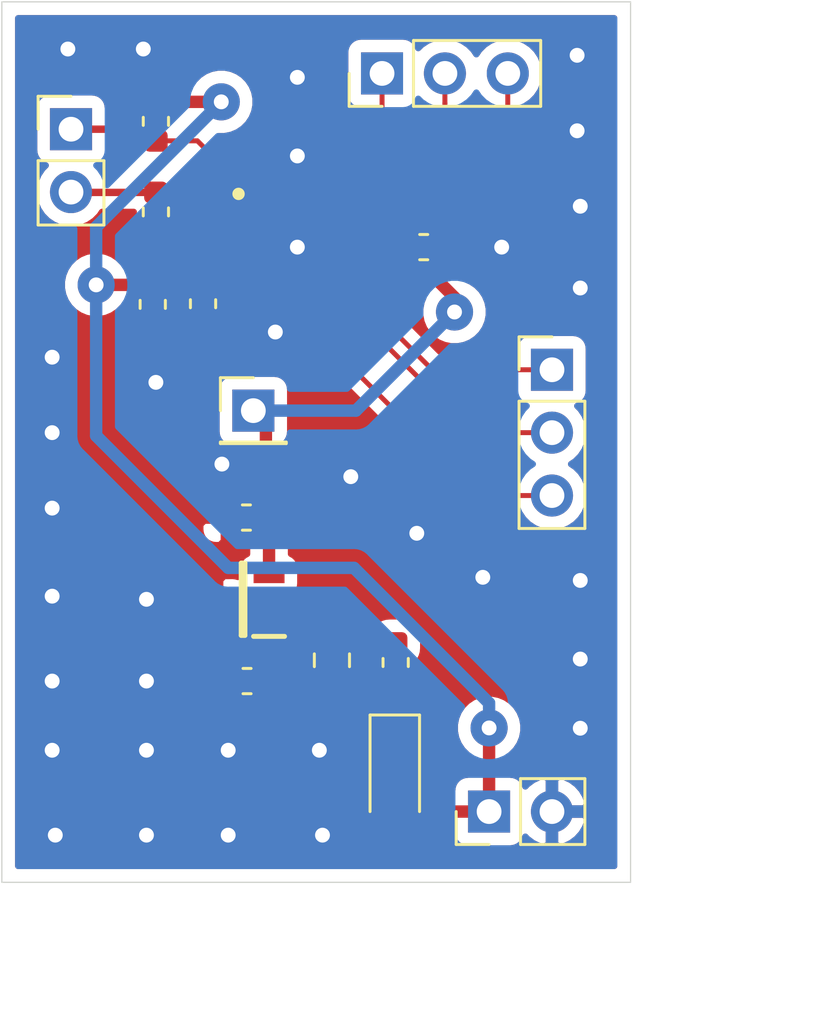
<source format=kicad_pcb>
(kicad_pcb (version 20171130) (host pcbnew "(5.1.10)-1")

  (general
    (thickness 1.6)
    (drawings 6)
    (tracks 134)
    (zones 0)
    (modules 17)
    (nets 16)
  )

  (page A4)
  (layers
    (0 F.Cu signal)
    (31 B.Cu signal)
    (32 B.Adhes user)
    (33 F.Adhes user)
    (34 B.Paste user)
    (35 F.Paste user)
    (36 B.SilkS user)
    (37 F.SilkS user)
    (38 B.Mask user)
    (39 F.Mask user)
    (40 Dwgs.User user)
    (41 Cmts.User user)
    (42 Eco1.User user)
    (43 Eco2.User user)
    (44 Edge.Cuts user)
    (45 Margin user)
    (46 B.CrtYd user)
    (47 F.CrtYd user)
    (48 B.Fab user hide)
    (49 F.Fab user hide)
  )

  (setup
    (last_trace_width 0.2)
    (user_trace_width 0.2)
    (user_trace_width 0.3)
    (user_trace_width 0.5)
    (user_trace_width 1)
    (trace_clearance 0.3)
    (zone_clearance 0.508)
    (zone_45_only no)
    (trace_min 0.2)
    (via_size 1.5)
    (via_drill 0.6)
    (via_min_size 0.4)
    (via_min_drill 0.3)
    (user_via 1 0.6)
    (user_via 1.5 0.6)
    (uvia_size 0.3)
    (uvia_drill 0.1)
    (uvias_allowed no)
    (uvia_min_size 0.2)
    (uvia_min_drill 0.1)
    (edge_width 0.05)
    (segment_width 0.2)
    (pcb_text_width 0.3)
    (pcb_text_size 1.5 1.5)
    (mod_edge_width 0.12)
    (mod_text_size 1 1)
    (mod_text_width 0.15)
    (pad_size 0.2 0.6)
    (pad_drill 0)
    (pad_to_mask_clearance 0.05)
    (aux_axis_origin 0 0)
    (visible_elements 7FFFFFFF)
    (pcbplotparams
      (layerselection 0x010fc_ffffffff)
      (usegerberextensions false)
      (usegerberattributes false)
      (usegerberadvancedattributes false)
      (creategerberjobfile false)
      (excludeedgelayer true)
      (linewidth 0.100000)
      (plotframeref false)
      (viasonmask false)
      (mode 1)
      (useauxorigin false)
      (hpglpennumber 1)
      (hpglpenspeed 20)
      (hpglpendiameter 15.000000)
      (psnegative false)
      (psa4output false)
      (plotreference true)
      (plotvalue true)
      (plotinvisibletext false)
      (padsonsilk false)
      (subtractmaskfromsilk false)
      (outputformat 4)
      (mirror false)
      (drillshape 0)
      (scaleselection 1)
      (outputdirectory "/home/luan/Downloads/teste/"))
  )

  (net 0 "")
  (net 1 GND)
  (net 2 "Net-(C1-Pad1)")
  (net 3 VREF)
  (net 4 VCC)
  (net 5 "Net-(D1-Pad1)")
  (net 6 "Net-(F1-Pad2)")
  (net 7 SCL)
  (net 8 SDA)
  (net 9 "Net-(IC1-Pad5)")
  (net 10 A0)
  (net 11 C2)
  (net 12 C1)
  (net 13 WE)
  (net 14 RE)
  (net 15 CE)

  (net_class Default "This is the default net class."
    (clearance 0.3)
    (trace_width 0.2)
    (via_dia 1.5)
    (via_drill 0.6)
    (uvia_dia 0.3)
    (uvia_drill 0.1)
    (add_net A0)
    (add_net C1)
    (add_net C2)
    (add_net CE)
    (add_net GND)
    (add_net "Net-(C1-Pad1)")
    (add_net "Net-(D1-Pad1)")
    (add_net "Net-(F1-Pad2)")
    (add_net "Net-(IC1-Pad5)")
    (add_net RE)
    (add_net SCL)
    (add_net SDA)
    (add_net VCC)
    (add_net VREF)
    (add_net WE)
  )

  (module Connector_PinHeader_2.54mm:PinHeader_1x01_P2.54mm_Vertical (layer F.Cu) (tedit 59FED5CC) (tstamp 5F77EEE2)
    (at 50.8 45.72)
    (descr "Through hole straight pin header, 1x01, 2.54mm pitch, single row")
    (tags "Through hole pin header THT 1x01 2.54mm single row")
    (path /5F7876D0)
    (fp_text reference J5 (at 0 -2.33) (layer F.Fab)
      (effects (font (size 1 1) (thickness 0.15)))
    )
    (fp_text value Conn_01x01 (at 0 2.33) (layer F.Fab)
      (effects (font (size 1 1) (thickness 0.15)))
    )
    (fp_line (start -0.635 -1.27) (end 1.27 -1.27) (layer F.Fab) (width 0.1))
    (fp_line (start 1.27 -1.27) (end 1.27 1.27) (layer F.Fab) (width 0.1))
    (fp_line (start 1.27 1.27) (end -1.27 1.27) (layer F.Fab) (width 0.1))
    (fp_line (start -1.27 1.27) (end -1.27 -0.635) (layer F.Fab) (width 0.1))
    (fp_line (start -1.27 -0.635) (end -0.635 -1.27) (layer F.Fab) (width 0.1))
    (fp_line (start -1.33 1.33) (end 1.33 1.33) (layer F.SilkS) (width 0.12))
    (fp_line (start -1.33 1.27) (end -1.33 1.33) (layer F.SilkS) (width 0.12))
    (fp_line (start 1.33 1.27) (end 1.33 1.33) (layer F.SilkS) (width 0.12))
    (fp_line (start -1.33 1.27) (end 1.33 1.27) (layer F.SilkS) (width 0.12))
    (fp_line (start -1.33 0) (end -1.33 -1.33) (layer F.SilkS) (width 0.12))
    (fp_line (start -1.33 -1.33) (end 0 -1.33) (layer F.SilkS) (width 0.12))
    (fp_line (start -1.8 -1.8) (end -1.8 1.8) (layer F.CrtYd) (width 0.05))
    (fp_line (start -1.8 1.8) (end 1.8 1.8) (layer F.CrtYd) (width 0.05))
    (fp_line (start 1.8 1.8) (end 1.8 -1.8) (layer F.CrtYd) (width 0.05))
    (fp_line (start 1.8 -1.8) (end -1.8 -1.8) (layer F.CrtYd) (width 0.05))
    (fp_text user %R (at 0 0 90) (layer F.Fab)
      (effects (font (size 1 1) (thickness 0.15)))
    )
    (pad 1 thru_hole rect (at 0 0) (size 1.7 1.7) (drill 1) (layers *.Cu *.Mask)
      (net 3 VREF))
    (model ${KISYS3DMOD}/Connector_PinHeader_2.54mm.3dshapes/PinHeader_1x01_P2.54mm_Vertical.wrl
      (at (xyz 0 0 0))
      (scale (xyz 1 1 1))
      (rotate (xyz 0 0 0))
    )
  )

  (module Capacitor_SMD:C_0603_1608Metric (layer F.Cu) (tedit 5B301BBE) (tstamp 5F77C541)
    (at 46.736 41.4275 270)
    (descr "Capacitor SMD 0603 (1608 Metric), square (rectangular) end terminal, IPC_7351 nominal, (Body size source: http://www.tortai-tech.com/upload/download/2011102023233369053.pdf), generated with kicad-footprint-generator")
    (tags capacitor)
    (path /5F509ADC)
    (attr smd)
    (fp_text reference C5 (at 0 -1.43 90) (layer F.Fab)
      (effects (font (size 1 1) (thickness 0.15)))
    )
    (fp_text value 0.1uF (at 0 1.43 90) (layer F.Fab)
      (effects (font (size 1 1) (thickness 0.15)))
    )
    (fp_line (start -0.8 0.4) (end -0.8 -0.4) (layer F.Fab) (width 0.1))
    (fp_line (start -0.8 -0.4) (end 0.8 -0.4) (layer F.Fab) (width 0.1))
    (fp_line (start 0.8 -0.4) (end 0.8 0.4) (layer F.Fab) (width 0.1))
    (fp_line (start 0.8 0.4) (end -0.8 0.4) (layer F.Fab) (width 0.1))
    (fp_line (start -0.162779 -0.51) (end 0.162779 -0.51) (layer F.SilkS) (width 0.12))
    (fp_line (start -0.162779 0.51) (end 0.162779 0.51) (layer F.SilkS) (width 0.12))
    (fp_line (start -1.48 0.73) (end -1.48 -0.73) (layer F.CrtYd) (width 0.05))
    (fp_line (start -1.48 -0.73) (end 1.48 -0.73) (layer F.CrtYd) (width 0.05))
    (fp_line (start 1.48 -0.73) (end 1.48 0.73) (layer F.CrtYd) (width 0.05))
    (fp_line (start 1.48 0.73) (end -1.48 0.73) (layer F.CrtYd) (width 0.05))
    (fp_text user %R (at 0 0 90) (layer F.Fab)
      (effects (font (size 0.4 0.4) (thickness 0.06)))
    )
    (pad 2 smd roundrect (at 0.7875 0 270) (size 0.875 0.95) (layers F.Cu F.Paste F.Mask) (roundrect_rratio 0.25)
      (net 1 GND))
    (pad 1 smd roundrect (at -0.7875 0 270) (size 0.875 0.95) (layers F.Cu F.Paste F.Mask) (roundrect_rratio 0.25)
      (net 4 VCC))
    (model ${KISYS3DMOD}/Capacitor_SMD.3dshapes/C_0603_1608Metric.wrl
      (at (xyz 0 0 0))
      (scale (xyz 1 1 1))
      (rotate (xyz 0 0 0))
    )
  )

  (module Capacitor_SMD:C_0603_1608Metric (layer F.Cu) (tedit 5B301BBE) (tstamp 5F77C530)
    (at 48.768 41.402 270)
    (descr "Capacitor SMD 0603 (1608 Metric), square (rectangular) end terminal, IPC_7351 nominal, (Body size source: http://www.tortai-tech.com/upload/download/2011102023233369053.pdf), generated with kicad-footprint-generator")
    (tags capacitor)
    (path /5F778214)
    (attr smd)
    (fp_text reference C4 (at 0 -1.43 90) (layer F.Fab)
      (effects (font (size 1 1) (thickness 0.15)))
    )
    (fp_text value "2.2 uF" (at 0 1.43 90) (layer F.Fab)
      (effects (font (size 1 1) (thickness 0.15)))
    )
    (fp_line (start -0.8 0.4) (end -0.8 -0.4) (layer F.Fab) (width 0.1))
    (fp_line (start -0.8 -0.4) (end 0.8 -0.4) (layer F.Fab) (width 0.1))
    (fp_line (start 0.8 -0.4) (end 0.8 0.4) (layer F.Fab) (width 0.1))
    (fp_line (start 0.8 0.4) (end -0.8 0.4) (layer F.Fab) (width 0.1))
    (fp_line (start -0.162779 -0.51) (end 0.162779 -0.51) (layer F.SilkS) (width 0.12))
    (fp_line (start -0.162779 0.51) (end 0.162779 0.51) (layer F.SilkS) (width 0.12))
    (fp_line (start -1.48 0.73) (end -1.48 -0.73) (layer F.CrtYd) (width 0.05))
    (fp_line (start -1.48 -0.73) (end 1.48 -0.73) (layer F.CrtYd) (width 0.05))
    (fp_line (start 1.48 -0.73) (end 1.48 0.73) (layer F.CrtYd) (width 0.05))
    (fp_line (start 1.48 0.73) (end -1.48 0.73) (layer F.CrtYd) (width 0.05))
    (fp_text user %R (at 0 0 90) (layer F.Fab)
      (effects (font (size 0.4 0.4) (thickness 0.06)))
    )
    (pad 2 smd roundrect (at 0.7875 0 270) (size 0.875 0.95) (layers F.Cu F.Paste F.Mask) (roundrect_rratio 0.25)
      (net 1 GND))
    (pad 1 smd roundrect (at -0.7875 0 270) (size 0.875 0.95) (layers F.Cu F.Paste F.Mask) (roundrect_rratio 0.25)
      (net 4 VCC))
    (model ${KISYS3DMOD}/Capacitor_SMD.3dshapes/C_0603_1608Metric.wrl
      (at (xyz 0 0 0))
      (scale (xyz 1 1 1))
      (rotate (xyz 0 0 0))
    )
  )

  (module Capacitor_SMD:C_0603_1608Metric (layer F.Cu) (tedit 5B301BBE) (tstamp 5F77C51F)
    (at 57.6835 39.116)
    (descr "Capacitor SMD 0603 (1608 Metric), square (rectangular) end terminal, IPC_7351 nominal, (Body size source: http://www.tortai-tech.com/upload/download/2011102023233369053.pdf), generated with kicad-footprint-generator")
    (tags capacitor)
    (path /5F50DE06)
    (attr smd)
    (fp_text reference C3 (at 0 -1.43) (layer F.Fab)
      (effects (font (size 1 1) (thickness 0.15)))
    )
    (fp_text value 1uF (at 0 1.43) (layer F.Fab)
      (effects (font (size 1 1) (thickness 0.15)))
    )
    (fp_line (start -0.8 0.4) (end -0.8 -0.4) (layer F.Fab) (width 0.1))
    (fp_line (start -0.8 -0.4) (end 0.8 -0.4) (layer F.Fab) (width 0.1))
    (fp_line (start 0.8 -0.4) (end 0.8 0.4) (layer F.Fab) (width 0.1))
    (fp_line (start 0.8 0.4) (end -0.8 0.4) (layer F.Fab) (width 0.1))
    (fp_line (start -0.162779 -0.51) (end 0.162779 -0.51) (layer F.SilkS) (width 0.12))
    (fp_line (start -0.162779 0.51) (end 0.162779 0.51) (layer F.SilkS) (width 0.12))
    (fp_line (start -1.48 0.73) (end -1.48 -0.73) (layer F.CrtYd) (width 0.05))
    (fp_line (start -1.48 -0.73) (end 1.48 -0.73) (layer F.CrtYd) (width 0.05))
    (fp_line (start 1.48 -0.73) (end 1.48 0.73) (layer F.CrtYd) (width 0.05))
    (fp_line (start 1.48 0.73) (end -1.48 0.73) (layer F.CrtYd) (width 0.05))
    (fp_text user %R (at 0 0) (layer F.Fab)
      (effects (font (size 0.4 0.4) (thickness 0.06)))
    )
    (pad 2 smd roundrect (at 0.7875 0) (size 0.875 0.95) (layers F.Cu F.Paste F.Mask) (roundrect_rratio 0.25)
      (net 1 GND))
    (pad 1 smd roundrect (at -0.7875 0) (size 0.875 0.95) (layers F.Cu F.Paste F.Mask) (roundrect_rratio 0.25)
      (net 3 VREF))
    (model ${KISYS3DMOD}/Capacitor_SMD.3dshapes/C_0603_1608Metric.wrl
      (at (xyz 0 0 0))
      (scale (xyz 1 1 1))
      (rotate (xyz 0 0 0))
    )
  )

  (module Capacitor_SMD:C_0603_1608Metric (layer F.Cu) (tedit 5B301BBE) (tstamp 5F77C50E)
    (at 50.5205 50.038 180)
    (descr "Capacitor SMD 0603 (1608 Metric), square (rectangular) end terminal, IPC_7351 nominal, (Body size source: http://www.tortai-tech.com/upload/download/2011102023233369053.pdf), generated with kicad-footprint-generator")
    (tags capacitor)
    (path /5F6369D5)
    (attr smd)
    (fp_text reference C2 (at 0 -1.43) (layer F.Fab)
      (effects (font (size 1 1) (thickness 0.15)))
    )
    (fp_text value 0.1uF (at 0 1.43) (layer F.Fab)
      (effects (font (size 1 1) (thickness 0.15)))
    )
    (fp_line (start -0.8 0.4) (end -0.8 -0.4) (layer F.Fab) (width 0.1))
    (fp_line (start -0.8 -0.4) (end 0.8 -0.4) (layer F.Fab) (width 0.1))
    (fp_line (start 0.8 -0.4) (end 0.8 0.4) (layer F.Fab) (width 0.1))
    (fp_line (start 0.8 0.4) (end -0.8 0.4) (layer F.Fab) (width 0.1))
    (fp_line (start -0.162779 -0.51) (end 0.162779 -0.51) (layer F.SilkS) (width 0.12))
    (fp_line (start -0.162779 0.51) (end 0.162779 0.51) (layer F.SilkS) (width 0.12))
    (fp_line (start -1.48 0.73) (end -1.48 -0.73) (layer F.CrtYd) (width 0.05))
    (fp_line (start -1.48 -0.73) (end 1.48 -0.73) (layer F.CrtYd) (width 0.05))
    (fp_line (start 1.48 -0.73) (end 1.48 0.73) (layer F.CrtYd) (width 0.05))
    (fp_line (start 1.48 0.73) (end -1.48 0.73) (layer F.CrtYd) (width 0.05))
    (fp_text user %R (at 0 0) (layer F.Fab)
      (effects (font (size 0.4 0.4) (thickness 0.06)))
    )
    (pad 2 smd roundrect (at 0.7875 0 180) (size 0.875 0.95) (layers F.Cu F.Paste F.Mask) (roundrect_rratio 0.25)
      (net 1 GND))
    (pad 1 smd roundrect (at -0.7875 0 180) (size 0.875 0.95) (layers F.Cu F.Paste F.Mask) (roundrect_rratio 0.25)
      (net 3 VREF))
    (model ${KISYS3DMOD}/Capacitor_SMD.3dshapes/C_0603_1608Metric.wrl
      (at (xyz 0 0 0))
      (scale (xyz 1 1 1))
      (rotate (xyz 0 0 0))
    )
  )

  (module Capacitor_SMD:C_0603_1608Metric (layer F.Cu) (tedit 5B301BBE) (tstamp 5F77C4FD)
    (at 50.546 56.642 180)
    (descr "Capacitor SMD 0603 (1608 Metric), square (rectangular) end terminal, IPC_7351 nominal, (Body size source: http://www.tortai-tech.com/upload/download/2011102023233369053.pdf), generated with kicad-footprint-generator")
    (tags capacitor)
    (path /5F741CC3)
    (attr smd)
    (fp_text reference C1 (at 0 -1.43) (layer F.Fab)
      (effects (font (size 1 1) (thickness 0.15)))
    )
    (fp_text value "0.47 uF" (at 0 1.43) (layer F.Fab)
      (effects (font (size 1 1) (thickness 0.15)))
    )
    (fp_line (start -0.8 0.4) (end -0.8 -0.4) (layer F.Fab) (width 0.1))
    (fp_line (start -0.8 -0.4) (end 0.8 -0.4) (layer F.Fab) (width 0.1))
    (fp_line (start 0.8 -0.4) (end 0.8 0.4) (layer F.Fab) (width 0.1))
    (fp_line (start 0.8 0.4) (end -0.8 0.4) (layer F.Fab) (width 0.1))
    (fp_line (start -0.162779 -0.51) (end 0.162779 -0.51) (layer F.SilkS) (width 0.12))
    (fp_line (start -0.162779 0.51) (end 0.162779 0.51) (layer F.SilkS) (width 0.12))
    (fp_line (start -1.48 0.73) (end -1.48 -0.73) (layer F.CrtYd) (width 0.05))
    (fp_line (start -1.48 -0.73) (end 1.48 -0.73) (layer F.CrtYd) (width 0.05))
    (fp_line (start 1.48 -0.73) (end 1.48 0.73) (layer F.CrtYd) (width 0.05))
    (fp_line (start 1.48 0.73) (end -1.48 0.73) (layer F.CrtYd) (width 0.05))
    (fp_text user %R (at 0 0) (layer F.Fab)
      (effects (font (size 0.4 0.4) (thickness 0.06)))
    )
    (pad 2 smd roundrect (at 0.7875 0 180) (size 0.875 0.95) (layers F.Cu F.Paste F.Mask) (roundrect_rratio 0.25)
      (net 1 GND))
    (pad 1 smd roundrect (at -0.7875 0 180) (size 0.875 0.95) (layers F.Cu F.Paste F.Mask) (roundrect_rratio 0.25)
      (net 2 "Net-(C1-Pad1)"))
    (model ${KISYS3DMOD}/Capacitor_SMD.3dshapes/C_0603_1608Metric.wrl
      (at (xyz 0 0 0))
      (scale (xyz 1 1 1))
      (rotate (xyz 0 0 0))
    )
  )

  (module Connector_PinHeader_2.54mm:PinHeader_1x03_P2.54mm_Vertical (layer F.Cu) (tedit 59FED5CC) (tstamp 5F72E41A)
    (at 62.865 44.069)
    (descr "Through hole straight pin header, 1x03, 2.54mm pitch, single row")
    (tags "Through hole pin header THT 1x03 2.54mm single row")
    (path /5F817743)
    (fp_text reference J4 (at 0 -2.33) (layer F.Fab)
      (effects (font (size 1 1) (thickness 0.15)))
    )
    (fp_text value Conn_01x03 (at 0 7.41) (layer F.Fab)
      (effects (font (size 1 1) (thickness 0.15)))
    )
    (fp_line (start -0.635 -1.27) (end 1.27 -1.27) (layer F.Fab) (width 0.1))
    (fp_line (start 1.27 -1.27) (end 1.27 6.35) (layer F.Fab) (width 0.1))
    (fp_line (start 1.27 6.35) (end -1.27 6.35) (layer F.Fab) (width 0.1))
    (fp_line (start -1.27 6.35) (end -1.27 -0.635) (layer F.Fab) (width 0.1))
    (fp_line (start -1.27 -0.635) (end -0.635 -1.27) (layer F.Fab) (width 0.1))
    (fp_line (start -1.33 6.41) (end 1.33 6.41) (layer F.SilkS) (width 0.12))
    (fp_line (start -1.33 1.27) (end -1.33 6.41) (layer F.SilkS) (width 0.12))
    (fp_line (start 1.33 1.27) (end 1.33 6.41) (layer F.SilkS) (width 0.12))
    (fp_line (start -1.33 1.27) (end 1.33 1.27) (layer F.SilkS) (width 0.12))
    (fp_line (start -1.33 0) (end -1.33 -1.33) (layer F.SilkS) (width 0.12))
    (fp_line (start -1.33 -1.33) (end 0 -1.33) (layer F.SilkS) (width 0.12))
    (fp_line (start -1.8 -1.8) (end -1.8 6.85) (layer F.CrtYd) (width 0.05))
    (fp_line (start -1.8 6.85) (end 1.8 6.85) (layer F.CrtYd) (width 0.05))
    (fp_line (start 1.8 6.85) (end 1.8 -1.8) (layer F.CrtYd) (width 0.05))
    (fp_line (start 1.8 -1.8) (end -1.8 -1.8) (layer F.CrtYd) (width 0.05))
    (fp_text user %R (at 0 2.54 90) (layer F.Fab)
      (effects (font (size 1 1) (thickness 0.15)))
    )
    (pad 3 thru_hole oval (at 0 5.08) (size 1.7 1.7) (drill 1) (layers *.Cu *.Mask)
      (net 10 A0))
    (pad 2 thru_hole oval (at 0 2.54) (size 1.7 1.7) (drill 1) (layers *.Cu *.Mask)
      (net 11 C2))
    (pad 1 thru_hole rect (at 0 0) (size 1.7 1.7) (drill 1) (layers *.Cu *.Mask)
      (net 12 C1))
    (model ${KISYS3DMOD}/Connector_PinHeader_2.54mm.3dshapes/PinHeader_1x03_P2.54mm_Vertical.wrl
      (at (xyz 0 0 0))
      (scale (xyz 1 1 1))
      (rotate (xyz 0 0 0))
    )
  )

  (module Connector_PinHeader_2.54mm:PinHeader_1x02_P2.54mm_Vertical (layer F.Cu) (tedit 59FED5CC) (tstamp 5F72E3D7)
    (at 43.434 34.3535)
    (descr "Through hole straight pin header, 1x02, 2.54mm pitch, single row")
    (tags "Through hole pin header THT 1x02 2.54mm single row")
    (path /5F817DBE)
    (fp_text reference J2 (at 0 -2.33) (layer F.Fab)
      (effects (font (size 1 1) (thickness 0.15)))
    )
    (fp_text value Conn_01x02 (at 0 4.87) (layer F.Fab)
      (effects (font (size 1 1) (thickness 0.15)))
    )
    (fp_line (start -0.635 -1.27) (end 1.27 -1.27) (layer F.Fab) (width 0.1))
    (fp_line (start 1.27 -1.27) (end 1.27 3.81) (layer F.Fab) (width 0.1))
    (fp_line (start 1.27 3.81) (end -1.27 3.81) (layer F.Fab) (width 0.1))
    (fp_line (start -1.27 3.81) (end -1.27 -0.635) (layer F.Fab) (width 0.1))
    (fp_line (start -1.27 -0.635) (end -0.635 -1.27) (layer F.Fab) (width 0.1))
    (fp_line (start -1.33 3.87) (end 1.33 3.87) (layer F.SilkS) (width 0.12))
    (fp_line (start -1.33 1.27) (end -1.33 3.87) (layer F.SilkS) (width 0.12))
    (fp_line (start 1.33 1.27) (end 1.33 3.87) (layer F.SilkS) (width 0.12))
    (fp_line (start -1.33 1.27) (end 1.33 1.27) (layer F.SilkS) (width 0.12))
    (fp_line (start -1.33 0) (end -1.33 -1.33) (layer F.SilkS) (width 0.12))
    (fp_line (start -1.33 -1.33) (end 0 -1.33) (layer F.SilkS) (width 0.12))
    (fp_line (start -1.8 -1.8) (end -1.8 4.35) (layer F.CrtYd) (width 0.05))
    (fp_line (start -1.8 4.35) (end 1.8 4.35) (layer F.CrtYd) (width 0.05))
    (fp_line (start 1.8 4.35) (end 1.8 -1.8) (layer F.CrtYd) (width 0.05))
    (fp_line (start 1.8 -1.8) (end -1.8 -1.8) (layer F.CrtYd) (width 0.05))
    (fp_text user %R (at 0 1.27 90) (layer F.Fab)
      (effects (font (size 1 1) (thickness 0.15)))
    )
    (pad 2 thru_hole oval (at 0 2.54) (size 1.7 1.7) (drill 1) (layers *.Cu *.Mask)
      (net 8 SDA))
    (pad 1 thru_hole rect (at 0 0) (size 1.7 1.7) (drill 1) (layers *.Cu *.Mask)
      (net 7 SCL))
    (model ${KISYS3DMOD}/Connector_PinHeader_2.54mm.3dshapes/PinHeader_1x02_P2.54mm_Vertical.wrl
      (at (xyz 0 0 0))
      (scale (xyz 1 1 1))
      (rotate (xyz 0 0 0))
    )
  )

  (module sot23-3:SOT95P237X112-3N (layer F.Cu) (tedit 0) (tstamp 5F72D1FD)
    (at 50.385 53.3375 180)
    (descr "DBZ (R-PDSO-G3)")
    (tags "Integrated Circuit")
    (path /5F72D7DC)
    (attr smd)
    (fp_text reference U1 (at 4.03 0) (layer F.Fab)
      (effects (font (size 1.27 1.27) (thickness 0.254)))
    )
    (fp_text value REF3020 (at 0 0) (layer F.SilkS) hide
      (effects (font (size 1.27 1.27) (thickness 0.254)))
    )
    (fp_line (start -1.675 -1.5) (end -0.425 -1.5) (layer F.SilkS) (width 0.2))
    (fp_line (start -0.075 1.46) (end -0.075 -1.46) (layer F.SilkS) (width 0.2))
    (fp_line (start 0.075 1.46) (end -0.075 1.46) (layer F.SilkS) (width 0.2))
    (fp_line (start 0.075 -1.46) (end 0.075 1.46) (layer F.SilkS) (width 0.2))
    (fp_line (start -0.075 -1.46) (end 0.075 -1.46) (layer F.SilkS) (width 0.2))
    (fp_line (start -0.65 -0.51) (end 0.3 -1.46) (layer F.Fab) (width 0.1))
    (fp_line (start -0.65 1.46) (end -0.65 -1.46) (layer F.Fab) (width 0.1))
    (fp_line (start 0.65 1.46) (end -0.65 1.46) (layer F.Fab) (width 0.1))
    (fp_line (start 0.65 -1.46) (end 0.65 1.46) (layer F.Fab) (width 0.1))
    (fp_line (start -0.65 -1.46) (end 0.65 -1.46) (layer F.Fab) (width 0.1))
    (fp_line (start -1.925 1.77) (end -1.925 -1.77) (layer F.CrtYd) (width 0.05))
    (fp_line (start 1.925 1.77) (end -1.925 1.77) (layer F.CrtYd) (width 0.05))
    (fp_line (start 1.925 -1.77) (end 1.925 1.77) (layer F.CrtYd) (width 0.05))
    (fp_line (start -1.925 -1.77) (end 1.925 -1.77) (layer F.CrtYd) (width 0.05))
    (fp_text user %R (at 0 0) (layer F.Fab)
      (effects (font (size 1.27 1.27) (thickness 0.254)))
    )
    (pad 1 smd rect (at -1.05 -0.95 270) (size 0.6 1.25) (layers F.Cu F.Paste F.Mask)
      (net 2 "Net-(C1-Pad1)"))
    (pad 2 smd rect (at -1.05 0.95 270) (size 0.6 1.25) (layers F.Cu F.Paste F.Mask)
      (net 3 VREF))
    (pad 3 smd rect (at 1.05 0 270) (size 0.6 1.25) (layers F.Cu F.Paste F.Mask)
      (net 1 GND))
    (model C:/Users/luanc/Desktop/107828pic-master/REF3020AIDBZT.stp
      (at (xyz 0 0 0))
      (scale (xyz 1 1 1))
      (rotate (xyz 0 0 0))
    )
  )

  (module Resistor_SMD:R_0603_1608Metric (layer F.Cu) (tedit 5B301BBD) (tstamp 5F72D1E7)
    (at 46.863 37.6935 90)
    (descr "Resistor SMD 0603 (1608 Metric), square (rectangular) end terminal, IPC_7351 nominal, (Body size source: http://www.tortai-tech.com/upload/download/2011102023233369053.pdf), generated with kicad-footprint-generator")
    (tags resistor)
    (path /5F514F66)
    (attr smd)
    (fp_text reference R3 (at 0 -1.43 90) (layer F.Fab)
      (effects (font (size 1 1) (thickness 0.15)))
    )
    (fp_text value 2k2 (at 0 1.43 90) (layer F.Fab)
      (effects (font (size 1 1) (thickness 0.15)))
    )
    (fp_line (start -0.8 0.4) (end -0.8 -0.4) (layer F.Fab) (width 0.1))
    (fp_line (start -0.8 -0.4) (end 0.8 -0.4) (layer F.Fab) (width 0.1))
    (fp_line (start 0.8 -0.4) (end 0.8 0.4) (layer F.Fab) (width 0.1))
    (fp_line (start 0.8 0.4) (end -0.8 0.4) (layer F.Fab) (width 0.1))
    (fp_line (start -0.162779 -0.51) (end 0.162779 -0.51) (layer F.SilkS) (width 0.12))
    (fp_line (start -0.162779 0.51) (end 0.162779 0.51) (layer F.SilkS) (width 0.12))
    (fp_line (start -1.48 0.73) (end -1.48 -0.73) (layer F.CrtYd) (width 0.05))
    (fp_line (start -1.48 -0.73) (end 1.48 -0.73) (layer F.CrtYd) (width 0.05))
    (fp_line (start 1.48 -0.73) (end 1.48 0.73) (layer F.CrtYd) (width 0.05))
    (fp_line (start 1.48 0.73) (end -1.48 0.73) (layer F.CrtYd) (width 0.05))
    (fp_text user %R (at 0 0 90) (layer F.Fab)
      (effects (font (size 0.4 0.4) (thickness 0.06)))
    )
    (pad 2 smd roundrect (at 0.7875 0 90) (size 0.875 0.95) (layers F.Cu F.Paste F.Mask) (roundrect_rratio 0.25)
      (net 8 SDA))
    (pad 1 smd roundrect (at -0.7875 0 90) (size 0.875 0.95) (layers F.Cu F.Paste F.Mask) (roundrect_rratio 0.25)
      (net 4 VCC))
    (model ${KISYS3DMOD}/Resistor_SMD.3dshapes/R_0603_1608Metric.wrl
      (at (xyz 0 0 0))
      (scale (xyz 1 1 1))
      (rotate (xyz 0 0 0))
    )
  )

  (module Resistor_SMD:R_0603_1608Metric (layer F.Cu) (tedit 5B301BBD) (tstamp 5F72D1D6)
    (at 46.863 34.036 270)
    (descr "Resistor SMD 0603 (1608 Metric), square (rectangular) end terminal, IPC_7351 nominal, (Body size source: http://www.tortai-tech.com/upload/download/2011102023233369053.pdf), generated with kicad-footprint-generator")
    (tags resistor)
    (path /5F514C52)
    (attr smd)
    (fp_text reference R2 (at 0 -1.43 90) (layer F.Fab)
      (effects (font (size 1 1) (thickness 0.15)))
    )
    (fp_text value 2k2 (at 0 1.43 90) (layer F.Fab)
      (effects (font (size 1 1) (thickness 0.15)))
    )
    (fp_line (start -0.8 0.4) (end -0.8 -0.4) (layer F.Fab) (width 0.1))
    (fp_line (start -0.8 -0.4) (end 0.8 -0.4) (layer F.Fab) (width 0.1))
    (fp_line (start 0.8 -0.4) (end 0.8 0.4) (layer F.Fab) (width 0.1))
    (fp_line (start 0.8 0.4) (end -0.8 0.4) (layer F.Fab) (width 0.1))
    (fp_line (start -0.162779 -0.51) (end 0.162779 -0.51) (layer F.SilkS) (width 0.12))
    (fp_line (start -0.162779 0.51) (end 0.162779 0.51) (layer F.SilkS) (width 0.12))
    (fp_line (start -1.48 0.73) (end -1.48 -0.73) (layer F.CrtYd) (width 0.05))
    (fp_line (start -1.48 -0.73) (end 1.48 -0.73) (layer F.CrtYd) (width 0.05))
    (fp_line (start 1.48 -0.73) (end 1.48 0.73) (layer F.CrtYd) (width 0.05))
    (fp_line (start 1.48 0.73) (end -1.48 0.73) (layer F.CrtYd) (width 0.05))
    (fp_text user %R (at 0 0 90) (layer F.Fab)
      (effects (font (size 0.4 0.4) (thickness 0.06)))
    )
    (pad 2 smd roundrect (at 0.7875 0 270) (size 0.875 0.95) (layers F.Cu F.Paste F.Mask) (roundrect_rratio 0.25)
      (net 7 SCL))
    (pad 1 smd roundrect (at -0.7875 0 270) (size 0.875 0.95) (layers F.Cu F.Paste F.Mask) (roundrect_rratio 0.25)
      (net 4 VCC))
    (model ${KISYS3DMOD}/Resistor_SMD.3dshapes/R_0603_1608Metric.wrl
      (at (xyz 0 0 0))
      (scale (xyz 1 1 1))
      (rotate (xyz 0 0 0))
    )
  )

  (module Connector_PinHeader_2.54mm:PinHeader_1x03_P2.54mm_Vertical (layer F.Cu) (tedit 59FED5CC) (tstamp 5F72D1B6)
    (at 56 32.1 90)
    (descr "Through hole straight pin header, 1x03, 2.54mm pitch, single row")
    (tags "Through hole pin header THT 1x03 2.54mm single row")
    (path /5F78F6EA)
    (fp_text reference J3 (at 0 -2.33 90) (layer F.Fab)
      (effects (font (size 1 1) (thickness 0.15)))
    )
    (fp_text value Conn_01x03 (at 0 7.41 90) (layer F.Fab)
      (effects (font (size 1 1) (thickness 0.15)))
    )
    (fp_line (start -0.635 -1.27) (end 1.27 -1.27) (layer F.Fab) (width 0.1))
    (fp_line (start 1.27 -1.27) (end 1.27 6.35) (layer F.Fab) (width 0.1))
    (fp_line (start 1.27 6.35) (end -1.27 6.35) (layer F.Fab) (width 0.1))
    (fp_line (start -1.27 6.35) (end -1.27 -0.635) (layer F.Fab) (width 0.1))
    (fp_line (start -1.27 -0.635) (end -0.635 -1.27) (layer F.Fab) (width 0.1))
    (fp_line (start -1.33 6.41) (end 1.33 6.41) (layer F.SilkS) (width 0.12))
    (fp_line (start -1.33 1.27) (end -1.33 6.41) (layer F.SilkS) (width 0.12))
    (fp_line (start 1.33 1.27) (end 1.33 6.41) (layer F.SilkS) (width 0.12))
    (fp_line (start -1.33 1.27) (end 1.33 1.27) (layer F.SilkS) (width 0.12))
    (fp_line (start -1.33 0) (end -1.33 -1.33) (layer F.SilkS) (width 0.12))
    (fp_line (start -1.33 -1.33) (end 0 -1.33) (layer F.SilkS) (width 0.12))
    (fp_line (start -1.8 -1.8) (end -1.8 6.85) (layer F.CrtYd) (width 0.05))
    (fp_line (start -1.8 6.85) (end 1.8 6.85) (layer F.CrtYd) (width 0.05))
    (fp_line (start 1.8 6.85) (end 1.8 -1.8) (layer F.CrtYd) (width 0.05))
    (fp_line (start 1.8 -1.8) (end -1.8 -1.8) (layer F.CrtYd) (width 0.05))
    (fp_text user %R (at 0 2.54) (layer F.Fab)
      (effects (font (size 1 1) (thickness 0.15)))
    )
    (pad 3 thru_hole oval (at 0 5.08 90) (size 1.7 1.7) (drill 1) (layers *.Cu *.Mask)
      (net 13 WE))
    (pad 2 thru_hole oval (at 0 2.54 90) (size 1.7 1.7) (drill 1) (layers *.Cu *.Mask)
      (net 14 RE))
    (pad 1 thru_hole rect (at 0 0 90) (size 1.7 1.7) (drill 1) (layers *.Cu *.Mask)
      (net 15 CE))
    (model ${KISYS3DMOD}/Connector_PinHeader_2.54mm.3dshapes/PinHeader_1x03_P2.54mm_Vertical.wrl
      (at (xyz 0 0 0))
      (scale (xyz 1 1 1))
      (rotate (xyz 0 0 0))
    )
  )

  (module Connector_PinHeader_2.54mm:PinHeader_1x02_P2.54mm_Vertical (layer F.Cu) (tedit 59FED5CC) (tstamp 5F72D186)
    (at 60.325 61.9125 90)
    (descr "Through hole straight pin header, 1x02, 2.54mm pitch, single row")
    (tags "Through hole pin header THT 1x02 2.54mm single row")
    (path /5F790F20)
    (fp_text reference J1 (at 0 -2.33 90) (layer F.Fab)
      (effects (font (size 1 1) (thickness 0.15)))
    )
    (fp_text value Conn_01x02 (at 0 4.87 90) (layer F.Fab)
      (effects (font (size 1 1) (thickness 0.15)))
    )
    (fp_line (start -0.635 -1.27) (end 1.27 -1.27) (layer F.Fab) (width 0.1))
    (fp_line (start 1.27 -1.27) (end 1.27 3.81) (layer F.Fab) (width 0.1))
    (fp_line (start 1.27 3.81) (end -1.27 3.81) (layer F.Fab) (width 0.1))
    (fp_line (start -1.27 3.81) (end -1.27 -0.635) (layer F.Fab) (width 0.1))
    (fp_line (start -1.27 -0.635) (end -0.635 -1.27) (layer F.Fab) (width 0.1))
    (fp_line (start -1.33 3.87) (end 1.33 3.87) (layer F.SilkS) (width 0.12))
    (fp_line (start -1.33 1.27) (end -1.33 3.87) (layer F.SilkS) (width 0.12))
    (fp_line (start 1.33 1.27) (end 1.33 3.87) (layer F.SilkS) (width 0.12))
    (fp_line (start -1.33 1.27) (end 1.33 1.27) (layer F.SilkS) (width 0.12))
    (fp_line (start -1.33 0) (end -1.33 -1.33) (layer F.SilkS) (width 0.12))
    (fp_line (start -1.33 -1.33) (end 0 -1.33) (layer F.SilkS) (width 0.12))
    (fp_line (start -1.8 -1.8) (end -1.8 4.35) (layer F.CrtYd) (width 0.05))
    (fp_line (start -1.8 4.35) (end 1.8 4.35) (layer F.CrtYd) (width 0.05))
    (fp_line (start 1.8 4.35) (end 1.8 -1.8) (layer F.CrtYd) (width 0.05))
    (fp_line (start 1.8 -1.8) (end -1.8 -1.8) (layer F.CrtYd) (width 0.05))
    (fp_text user %R (at 0 1.27) (layer F.Fab)
      (effects (font (size 1 1) (thickness 0.15)))
    )
    (pad 2 thru_hole oval (at 0 2.54 90) (size 1.7 1.7) (drill 1) (layers *.Cu *.Mask)
      (net 1 GND))
    (pad 1 thru_hole rect (at 0 0 90) (size 1.7 1.7) (drill 1) (layers *.Cu *.Mask)
      (net 4 VCC))
    (model ${KISYS3DMOD}/Connector_PinHeader_2.54mm.3dshapes/PinHeader_1x02_P2.54mm_Vertical.wrl
      (at (xyz 0 0 0))
      (scale (xyz 1 1 1))
      (rotate (xyz 0 0 0))
    )
  )

  (module Package_WSON:LMP91000SDX_NOPB (layer F.Cu) (tedit 5F749A99) (tstamp 5F72D170)
    (at 52.578 39.116)
    (descr NHL0014B)
    (tags "Integrated Circuit")
    (path /5F4E7CEA)
    (attr smd)
    (fp_text reference IC1 (at 0.0635 -3.3655) (layer F.Fab)
      (effects (font (size 1.27 1.27) (thickness 0.254)))
    )
    (fp_text value LMP91000SD_NOPB (at 0 0) (layer F.SilkS) hide
      (effects (font (size 1.27 1.27) (thickness 0.254)))
    )
    (fp_line (start -2.625 -2.3) (end 2.625 -2.3) (layer F.CrtYd) (width 0.05))
    (fp_line (start 2.625 -2.3) (end 2.625 2.3) (layer F.CrtYd) (width 0.05))
    (fp_line (start 2.625 2.3) (end -2.625 2.3) (layer F.CrtYd) (width 0.05))
    (fp_line (start -2.625 2.3) (end -2.625 -2.3) (layer F.CrtYd) (width 0.05))
    (fp_line (start -2 -2) (end 2 -2) (layer F.Fab) (width 0.1))
    (fp_line (start 2 -2) (end 2 2) (layer F.Fab) (width 0.1))
    (fp_line (start 2 2) (end -2 2) (layer F.Fab) (width 0.1))
    (fp_line (start -2 2) (end -2 -2) (layer F.Fab) (width 0.1))
    (fp_line (start -2 -1) (end -1 -2) (layer F.Fab) (width 0.1))
    (fp_circle (center -2.375 -2.15) (end -2.375 -2.025) (layer F.SilkS) (width 0.25))
    (fp_text user %R (at 0 0) (layer F.Fab)
      (effects (font (size 1.27 1.27) (thickness 0.254)))
    )
    (pad 1 smd rect (at -1.9 -1.5 90) (size 0.2 0.6) (layers F.Cu F.Paste F.Mask)
      (net 1 GND))
    (pad 2 smd rect (at -1.9 -1 90) (size 0.2 0.6) (layers F.Cu F.Paste F.Mask)
      (net 1 GND))
    (pad 3 smd rect (at -1.9 -0.5 90) (size 0.2 0.6) (layers F.Cu F.Paste F.Mask)
      (net 7 SCL))
    (pad 4 smd rect (at -1.9 0 90) (size 0.2 0.6) (layers F.Cu F.Paste F.Mask)
      (net 8 SDA))
    (pad 5 smd rect (at -1.9 0.5 90) (size 0.2 0.6) (layers F.Cu F.Paste F.Mask)
      (net 9 "Net-(IC1-Pad5)"))
    (pad 6 smd rect (at -1.9 1 90) (size 0.2 0.6) (layers F.Cu F.Paste F.Mask)
      (net 4 VCC))
    (pad 7 smd rect (at -1.9 1.5 90) (size 0.2 0.6) (layers F.Cu F.Paste F.Mask)
      (net 1 GND))
    (pad 8 smd rect (at 1.9 1.5 90) (size 0.2 0.6) (layers F.Cu F.Paste F.Mask)
      (net 10 A0))
    (pad 9 smd rect (at 1.9 1 90) (size 0.2 0.6) (layers F.Cu F.Paste F.Mask)
      (net 11 C2))
    (pad 10 smd rect (at 1.9 0.5 90) (size 0.2 0.6) (layers F.Cu F.Paste F.Mask)
      (net 12 C1))
    (pad 11 smd rect (at 1.9 0 90) (size 0.2 0.6) (layers F.Cu F.Paste F.Mask)
      (net 3 VREF))
    (pad 12 smd rect (at 1.9 -0.5 90) (size 0.2 0.6) (layers F.Cu F.Paste F.Mask)
      (net 13 WE))
    (pad 13 smd rect (at 1.9 -1 90) (size 0.2 0.6) (layers F.Cu F.Paste F.Mask)
      (net 14 RE))
    (pad 14 smd rect (at 1.9 -1.5 90) (size 0.2 0.6) (layers F.Cu F.Paste F.Mask)
      (net 15 CE))
    (pad 15 smd rect (at 0 0) (size 2.6 3) (layers F.Cu F.Paste F.Mask)
      (net 1 GND))
    (model C:/Users/luanc/Desktop/107828pic-master/LMP91000SDE_NOPB.stp
      (at (xyz 0 0 0))
      (scale (xyz 1 1 1))
      (rotate (xyz 0 0 0))
    )
  )

  (module Inductor_SMD:L_0805_2012Metric (layer F.Cu) (tedit 5B36C52B) (tstamp 5F72D152)
    (at 53.975 55.8015 90)
    (descr "Inductor SMD 0805 (2012 Metric), square (rectangular) end terminal, IPC_7351 nominal, (Body size source: https://docs.google.com/spreadsheets/d/1BsfQQcO9C6DZCsRaXUlFlo91Tg2WpOkGARC1WS5S8t0/edit?usp=sharing), generated with kicad-footprint-generator")
    (tags inductor)
    (path /5F4ED3BF)
    (attr smd)
    (fp_text reference FB1 (at 0 -1.65 90) (layer F.Fab)
      (effects (font (size 1 1) (thickness 0.15)))
    )
    (fp_text value "100 @ 100 MHz" (at 0 1.65 90) (layer F.Fab)
      (effects (font (size 1 1) (thickness 0.15)))
    )
    (fp_line (start -1 0.6) (end -1 -0.6) (layer F.Fab) (width 0.1))
    (fp_line (start -1 -0.6) (end 1 -0.6) (layer F.Fab) (width 0.1))
    (fp_line (start 1 -0.6) (end 1 0.6) (layer F.Fab) (width 0.1))
    (fp_line (start 1 0.6) (end -1 0.6) (layer F.Fab) (width 0.1))
    (fp_line (start -0.258578 -0.71) (end 0.258578 -0.71) (layer F.SilkS) (width 0.12))
    (fp_line (start -0.258578 0.71) (end 0.258578 0.71) (layer F.SilkS) (width 0.12))
    (fp_line (start -1.68 0.95) (end -1.68 -0.95) (layer F.CrtYd) (width 0.05))
    (fp_line (start -1.68 -0.95) (end 1.68 -0.95) (layer F.CrtYd) (width 0.05))
    (fp_line (start 1.68 -0.95) (end 1.68 0.95) (layer F.CrtYd) (width 0.05))
    (fp_line (start 1.68 0.95) (end -1.68 0.95) (layer F.CrtYd) (width 0.05))
    (fp_text user %R (at 0 0 90) (layer F.Fab)
      (effects (font (size 0.5 0.5) (thickness 0.08)))
    )
    (pad 2 smd roundrect (at 0.9375 0 90) (size 0.975 1.4) (layers F.Cu F.Paste F.Mask) (roundrect_rratio 0.25)
      (net 6 "Net-(F1-Pad2)"))
    (pad 1 smd roundrect (at -0.9375 0 90) (size 0.975 1.4) (layers F.Cu F.Paste F.Mask) (roundrect_rratio 0.25)
      (net 2 "Net-(C1-Pad1)"))
    (model ${KISYS3DMOD}/Inductor_SMD.3dshapes/L_0805_2012Metric.wrl
      (at (xyz 0 0 0))
      (scale (xyz 1 1 1))
      (rotate (xyz 0 0 0))
    )
  )

  (module Fuse:Fuse_0603_1608Metric (layer F.Cu) (tedit 5B301BBE) (tstamp 5F72D141)
    (at 56.55 55.8925 90)
    (descr "Fuse SMD 0603 (1608 Metric), square (rectangular) end terminal, IPC_7351 nominal, (Body size source: http://www.tortai-tech.com/upload/download/2011102023233369053.pdf), generated with kicad-footprint-generator")
    (tags resistor)
    (path /5F4EDB98)
    (attr smd)
    (fp_text reference F1 (at 0 -1.43 90) (layer F.Fab)
      (effects (font (size 1 1) (thickness 0.15)))
    )
    (fp_text value 500mA (at 0 1.43 90) (layer F.Fab)
      (effects (font (size 1 1) (thickness 0.15)))
    )
    (fp_line (start -0.8 0.4) (end -0.8 -0.4) (layer F.Fab) (width 0.1))
    (fp_line (start -0.8 -0.4) (end 0.8 -0.4) (layer F.Fab) (width 0.1))
    (fp_line (start 0.8 -0.4) (end 0.8 0.4) (layer F.Fab) (width 0.1))
    (fp_line (start 0.8 0.4) (end -0.8 0.4) (layer F.Fab) (width 0.1))
    (fp_line (start -0.162779 -0.51) (end 0.162779 -0.51) (layer F.SilkS) (width 0.12))
    (fp_line (start -0.162779 0.51) (end 0.162779 0.51) (layer F.SilkS) (width 0.12))
    (fp_line (start -1.48 0.73) (end -1.48 -0.73) (layer F.CrtYd) (width 0.05))
    (fp_line (start -1.48 -0.73) (end 1.48 -0.73) (layer F.CrtYd) (width 0.05))
    (fp_line (start 1.48 -0.73) (end 1.48 0.73) (layer F.CrtYd) (width 0.05))
    (fp_line (start 1.48 0.73) (end -1.48 0.73) (layer F.CrtYd) (width 0.05))
    (fp_text user %R (at 0 0 90) (layer F.Fab)
      (effects (font (size 0.4 0.4) (thickness 0.06)))
    )
    (pad 2 smd roundrect (at 0.7875 0 90) (size 0.875 0.95) (layers F.Cu F.Paste F.Mask) (roundrect_rratio 0.25)
      (net 6 "Net-(F1-Pad2)"))
    (pad 1 smd roundrect (at -0.7875 0 90) (size 0.875 0.95) (layers F.Cu F.Paste F.Mask) (roundrect_rratio 0.25)
      (net 5 "Net-(D1-Pad1)"))
    (model ${KISYS3DMOD}/Fuse.3dshapes/Fuse_0603_1608Metric.wrl
      (at (xyz 0 0 0))
      (scale (xyz 1 1 1))
      (rotate (xyz 0 0 0))
    )
  )

  (module Diode_SMD:D_SOD-123 (layer F.Cu) (tedit 58645DC7) (tstamp 5F72D11D)
    (at 56.515 60.2625 270)
    (descr SOD-123)
    (tags SOD-123)
    (path /5F4EE2B6)
    (attr smd)
    (fp_text reference D1 (at 0 -2 90) (layer F.Fab)
      (effects (font (size 1 1) (thickness 0.15)))
    )
    (fp_text value B5819W (at 0 2.1 90) (layer F.Fab)
      (effects (font (size 1 1) (thickness 0.15)))
    )
    (fp_line (start -2.25 -1) (end -2.25 1) (layer F.SilkS) (width 0.12))
    (fp_line (start 0.25 0) (end 0.75 0) (layer F.Fab) (width 0.1))
    (fp_line (start 0.25 0.4) (end -0.35 0) (layer F.Fab) (width 0.1))
    (fp_line (start 0.25 -0.4) (end 0.25 0.4) (layer F.Fab) (width 0.1))
    (fp_line (start -0.35 0) (end 0.25 -0.4) (layer F.Fab) (width 0.1))
    (fp_line (start -0.35 0) (end -0.35 0.55) (layer F.Fab) (width 0.1))
    (fp_line (start -0.35 0) (end -0.35 -0.55) (layer F.Fab) (width 0.1))
    (fp_line (start -0.75 0) (end -0.35 0) (layer F.Fab) (width 0.1))
    (fp_line (start -1.4 0.9) (end -1.4 -0.9) (layer F.Fab) (width 0.1))
    (fp_line (start 1.4 0.9) (end -1.4 0.9) (layer F.Fab) (width 0.1))
    (fp_line (start 1.4 -0.9) (end 1.4 0.9) (layer F.Fab) (width 0.1))
    (fp_line (start -1.4 -0.9) (end 1.4 -0.9) (layer F.Fab) (width 0.1))
    (fp_line (start -2.35 -1.15) (end 2.35 -1.15) (layer F.CrtYd) (width 0.05))
    (fp_line (start 2.35 -1.15) (end 2.35 1.15) (layer F.CrtYd) (width 0.05))
    (fp_line (start 2.35 1.15) (end -2.35 1.15) (layer F.CrtYd) (width 0.05))
    (fp_line (start -2.35 -1.15) (end -2.35 1.15) (layer F.CrtYd) (width 0.05))
    (fp_line (start -2.25 1) (end 1.65 1) (layer F.SilkS) (width 0.12))
    (fp_line (start -2.25 -1) (end 1.65 -1) (layer F.SilkS) (width 0.12))
    (fp_text user %R (at 0 -2 90) (layer F.Fab)
      (effects (font (size 1 1) (thickness 0.15)))
    )
    (pad 2 smd rect (at 1.65 0 270) (size 0.9 1.2) (layers F.Cu F.Paste F.Mask)
      (net 4 VCC))
    (pad 1 smd rect (at -1.65 0 270) (size 0.9 1.2) (layers F.Cu F.Paste F.Mask)
      (net 5 "Net-(D1-Pad1)"))
    (model ${KISYS3DMOD}/Diode_SMD.3dshapes/D_SOD-123.wrl
      (at (xyz 0 0 0))
      (scale (xyz 1 1 1))
      (rotate (xyz 0 0 0))
    )
  )

  (dimension 35.56 (width 0.15) (layer Dwgs.User)
    (gr_text "35,560 mm" (at 72.674 46.99 270) (layer Dwgs.User)
      (effects (font (size 1 1) (thickness 0.15)))
    )
    (feature1 (pts (xy 66.04 64.77) (xy 71.960421 64.77)))
    (feature2 (pts (xy 66.04 29.21) (xy 71.960421 29.21)))
    (crossbar (pts (xy 71.374 29.21) (xy 71.374 64.77)))
    (arrow1a (pts (xy 71.374 64.77) (xy 70.787579 63.643496)))
    (arrow1b (pts (xy 71.374 64.77) (xy 71.960421 63.643496)))
    (arrow2a (pts (xy 71.374 29.21) (xy 70.787579 30.336504)))
    (arrow2b (pts (xy 71.374 29.21) (xy 71.960421 30.336504)))
  )
  (dimension 25.4 (width 0.15) (layer Dwgs.User)
    (gr_text "25,400 mm" (at 53.34 71.15) (layer Dwgs.User)
      (effects (font (size 1 1) (thickness 0.15)))
    )
    (feature1 (pts (xy 66.04 64.77) (xy 66.04 70.436421)))
    (feature2 (pts (xy 40.64 64.77) (xy 40.64 70.436421)))
    (crossbar (pts (xy 40.64 69.85) (xy 66.04 69.85)))
    (arrow1a (pts (xy 66.04 69.85) (xy 64.913496 70.436421)))
    (arrow1b (pts (xy 66.04 69.85) (xy 64.913496 69.263579)))
    (arrow2a (pts (xy 40.64 69.85) (xy 41.766504 70.436421)))
    (arrow2b (pts (xy 40.64 69.85) (xy 41.766504 69.263579)))
  )
  (gr_line (start 66.04 29.21) (end 40.64 29.21) (layer Edge.Cuts) (width 0.05) (tstamp 5F72D33B))
  (gr_line (start 66.04 64.77) (end 66.04 29.21) (layer Edge.Cuts) (width 0.05))
  (gr_line (start 40.64 64.77) (end 66.04 64.77) (layer Edge.Cuts) (width 0.05))
  (gr_line (start 40.64 29.21) (end 40.64 64.77) (layer Edge.Cuts) (width 0.05))

  (segment (start 52.578 39.016) (end 52.578 39.116) (width 0.2) (layer F.Cu) (net 1))
  (segment (start 51.178 37.616) (end 52.578 39.016) (width 0.2) (layer F.Cu) (net 1))
  (segment (start 50.678 37.616) (end 51.178 37.616) (width 0.2) (layer F.Cu) (net 1))
  (segment (start 51.578 38.116) (end 52.578 39.116) (width 0.2) (layer F.Cu) (net 1))
  (segment (start 50.678 38.116) (end 51.578 38.116) (width 0.2) (layer F.Cu) (net 1))
  (segment (start 52.578 39.336002) (end 52.578 39.116) (width 0.2) (layer F.Cu) (net 1))
  (segment (start 51.298001 40.616001) (end 52.578 39.336002) (width 0.2) (layer F.Cu) (net 1))
  (segment (start 50.678 40.616) (end 51.298001 40.616001) (width 0.2) (layer F.Cu) (net 1))
  (segment (start 52.578 39.116) (end 52.578 39.116) (width 0.2) (layer F.Cu) (net 1) (tstamp 5F7763A5))
  (via (at 52.578 39.116) (size 1.5) (drill 0.6) (layers F.Cu B.Cu) (net 1))
  (via (at 46.482 53.34) (size 1.5) (drill 0.6) (layers F.Cu B.Cu) (net 1))
  (via (at 46.482 56.642) (size 1.5) (drill 0.6) (layers F.Cu B.Cu) (net 1))
  (via (at 49.53 47.879) (size 1.5) (drill 0.6) (layers F.Cu B.Cu) (net 1))
  (via (at 64.008 58.547) (size 1.5) (drill 0.6) (layers F.Cu B.Cu) (net 1))
  (via (at 60.833 39.116) (size 1.5) (drill 0.6) (layers F.Cu B.Cu) (net 1))
  (via (at 42.799 62.865) (size 1.5) (drill 0.6) (layers F.Cu B.Cu) (net 1))
  (via (at 46.482 62.865) (size 1.5) (drill 0.6) (layers F.Cu B.Cu) (net 1))
  (via (at 49.784 62.865) (size 1.5) (drill 0.6) (layers F.Cu B.Cu) (net 1))
  (via (at 53.594 62.865) (size 1.5) (drill 0.6) (layers F.Cu B.Cu) (net 1))
  (via (at 46.482 59.436) (size 1.5) (drill 0.6) (layers F.Cu B.Cu) (net 1))
  (via (at 42.672 59.436) (size 1.5) (drill 0.6) (layers F.Cu B.Cu) (net 1))
  (via (at 49.784 59.436) (size 1.5) (drill 0.6) (layers F.Cu B.Cu) (net 1))
  (via (at 53.467 59.436) (size 1.5) (drill 0.6) (layers F.Cu B.Cu) (net 1))
  (via (at 42.672 56.642) (size 1.5) (drill 0.6) (layers F.Cu B.Cu) (net 1))
  (via (at 42.672 53.213) (size 1.5) (drill 0.6) (layers F.Cu B.Cu) (net 1))
  (via (at 42.672 49.657) (size 1.5) (drill 0.6) (layers F.Cu B.Cu) (net 1))
  (via (at 42.672 46.609) (size 1.5) (drill 0.6) (layers F.Cu B.Cu) (net 1))
  (via (at 64.008 55.753) (size 1.5) (drill 0.6) (layers F.Cu B.Cu) (net 1))
  (via (at 64.008 52.578) (size 1.5) (drill 0.6) (layers F.Cu B.Cu) (net 1))
  (via (at 60.071 52.451) (size 1.5) (drill 0.6) (layers F.Cu B.Cu) (net 1))
  (via (at 57.404 50.673) (size 1.5) (drill 0.6) (layers F.Cu B.Cu) (net 1))
  (via (at 54.737 48.387) (size 1.5) (drill 0.6) (layers F.Cu B.Cu) (net 1))
  (via (at 52.578 35.433) (size 1.5) (drill 0.6) (layers F.Cu B.Cu) (net 1))
  (via (at 52.578 32.258) (size 1.5) (drill 0.6) (layers F.Cu B.Cu) (net 1))
  (via (at 43.307 31.115) (size 1.5) (drill 0.6) (layers F.Cu B.Cu) (net 1))
  (via (at 46.355 31.115) (size 1.5) (drill 0.6) (layers F.Cu B.Cu) (net 1))
  (via (at 63.881 31.369) (size 1.5) (drill 0.6) (layers F.Cu B.Cu) (net 1))
  (via (at 63.881 34.417) (size 1.5) (drill 0.6) (layers F.Cu B.Cu) (net 1))
  (via (at 64.008 37.465) (size 1.5) (drill 0.6) (layers F.Cu B.Cu) (net 1))
  (via (at 64.008 40.767) (size 1.5) (drill 0.6) (layers F.Cu B.Cu) (net 1))
  (via (at 42.672 43.561) (size 1.5) (drill 0.6) (layers F.Cu B.Cu) (net 1))
  (via (at 46.863 44.577) (size 1.5) (drill 0.6) (layers F.Cu B.Cu) (net 1))
  (via (at 51.689 42.545) (size 1.5) (drill 0.6) (layers F.Cu B.Cu) (net 1))
  (segment (start 51.3335 54.389) (end 51.435 54.2875) (width 0.5) (layer F.Cu) (net 2))
  (segment (start 51.3335 56.642) (end 51.3335 54.389) (width 0.5) (layer F.Cu) (net 2))
  (segment (start 53.878 56.642) (end 53.975 56.739) (width 0.5) (layer F.Cu) (net 2))
  (segment (start 51.3335 56.642) (end 53.878 56.642) (width 0.5) (layer F.Cu) (net 2))
  (segment (start 51.435 50.165) (end 51.308 50.038) (width 0.5) (layer F.Cu) (net 3))
  (segment (start 51.435 52.3875) (end 51.435 50.165) (width 0.5) (layer F.Cu) (net 3))
  (segment (start 58.928 41.736) (end 58.928 41.736) (width 0.5) (layer B.Cu) (net 3) (tstamp 5F77CF11))
  (via (at 58.928 41.736) (size 1.5) (drill 0.6) (layers F.Cu B.Cu) (net 3))
  (segment (start 58.928 41.148) (end 56.896 39.116) (width 0.5) (layer F.Cu) (net 3))
  (segment (start 58.928 41.736) (end 58.928 41.148) (width 0.5) (layer F.Cu) (net 3))
  (segment (start 54.478 39.116) (end 56.896 39.116) (width 0.2) (layer F.Cu) (net 3))
  (segment (start 51.308 46.228) (end 50.8 45.72) (width 0.5) (layer F.Cu) (net 3))
  (segment (start 51.308 50.038) (end 51.308 46.228) (width 0.5) (layer F.Cu) (net 3))
  (segment (start 54.944 45.72) (end 50.8 45.72) (width 0.5) (layer B.Cu) (net 3))
  (segment (start 58.928 41.736) (end 54.944 45.72) (width 0.5) (layer B.Cu) (net 3))
  (segment (start 56.515 61.9125) (end 60.325 61.9125) (width 0.5) (layer F.Cu) (net 4))
  (segment (start 60.325 61.9125) (end 60.325 58.535) (width 0.5) (layer F.Cu) (net 4))
  (segment (start 60.325 58.535) (end 60.325 58.535) (width 0.5) (layer F.Cu) (net 4) (tstamp 5F74C5EC))
  (via (at 60.325 58.535) (size 1.5) (drill 0.6) (layers F.Cu B.Cu) (net 4))
  (segment (start 46.736 38.608) (end 46.863 38.481) (width 0.5) (layer F.Cu) (net 4))
  (segment (start 46.736 40.64) (end 46.736 38.608) (width 0.5) (layer F.Cu) (net 4))
  (segment (start 46.7615 40.6145) (end 46.736 40.64) (width 0.5) (layer F.Cu) (net 4))
  (segment (start 48.768 40.6145) (end 46.7615 40.6145) (width 0.5) (layer F.Cu) (net 4))
  (segment (start 46.736 40.64) (end 44.45 40.64) (width 0.5) (layer F.Cu) (net 4))
  (segment (start 44.45 40.64) (end 44.45 40.64) (width 0.5) (layer F.Cu) (net 4) (tstamp 5F77CDE8))
  (via (at 44.45 40.64) (size 1.5) (drill 0.6) (layers F.Cu B.Cu) (net 4))
  (segment (start 60.325 58.535) (end 60.325 57.531) (width 0.5) (layer B.Cu) (net 4))
  (segment (start 60.325 57.531) (end 54.864 52.07) (width 0.5) (layer B.Cu) (net 4))
  (segment (start 54.864 52.07) (end 49.784 52.07) (width 0.5) (layer B.Cu) (net 4))
  (segment (start 44.45 46.736) (end 44.45 40.64) (width 0.5) (layer B.Cu) (net 4))
  (segment (start 49.784 52.07) (end 44.45 46.736) (width 0.5) (layer B.Cu) (net 4))
  (segment (start 50.178 40.116) (end 50.678 40.116) (width 0.2) (layer F.Cu) (net 4))
  (segment (start 49.7415 40.116) (end 50.178 40.116) (width 0.2) (layer F.Cu) (net 4))
  (segment (start 49.243 40.6145) (end 49.7415 40.116) (width 0.2) (layer F.Cu) (net 4))
  (segment (start 48.768 40.6145) (end 49.243 40.6145) (width 0.2) (layer F.Cu) (net 4))
  (segment (start 46.863 33.2485) (end 49.5045 33.2485) (width 0.5) (layer F.Cu) (net 4))
  (segment (start 49.5045 33.2485) (end 49.5045 33.2485) (width 0.5) (layer F.Cu) (net 4) (tstamp 5F77D114))
  (via (at 49.5045 33.2485) (size 1.5) (drill 0.6) (layers F.Cu B.Cu) (net 4))
  (segment (start 44.45 38.303) (end 49.5045 33.2485) (width 0.5) (layer B.Cu) (net 4))
  (segment (start 44.45 40.64) (end 44.45 38.303) (width 0.5) (layer B.Cu) (net 4))
  (segment (start 56.515 56.715) (end 56.55 56.68) (width 0.5) (layer F.Cu) (net 5))
  (segment (start 56.515 58.6125) (end 56.515 56.715) (width 0.5) (layer F.Cu) (net 5))
  (segment (start 54.216 55.105) (end 53.975 54.864) (width 0.5) (layer F.Cu) (net 6))
  (segment (start 56.55 55.105) (end 54.216 55.105) (width 0.5) (layer F.Cu) (net 6))
  (segment (start 45.5935 34.8235) (end 46.863 34.8235) (width 0.3) (layer F.Cu) (net 7))
  (segment (start 45.1235 34.3535) (end 45.5935 34.8235) (width 0.3) (layer F.Cu) (net 7))
  (segment (start 45.1235 34.3535) (end 43.434 34.3535) (width 0.3) (layer F.Cu) (net 7))
  (segment (start 50.678 38.616) (end 49.792 38.616) (width 0.2) (layer F.Cu) (net 7))
  (segment (start 49.792 38.616) (end 49.53 38.354) (width 0.2) (layer F.Cu) (net 7))
  (segment (start 49.53 38.354) (end 49.53 35.814) (width 0.2) (layer F.Cu) (net 7))
  (segment (start 48.5395 34.8235) (end 46.863 34.8235) (width 0.2) (layer F.Cu) (net 7))
  (segment (start 49.53 35.814) (end 48.5395 34.8235) (width 0.2) (layer F.Cu) (net 7))
  (segment (start 46.8505 36.8935) (end 46.863 36.906) (width 0.3) (layer F.Cu) (net 8))
  (segment (start 43.4465 36.906) (end 43.434 36.8935) (width 0.3) (layer F.Cu) (net 8))
  (segment (start 46.863 36.906) (end 43.4465 36.906) (width 0.3) (layer F.Cu) (net 8))
  (segment (start 50.678 39.116) (end 49.53 39.116) (width 0.2) (layer F.Cu) (net 8))
  (segment (start 49.53 39.116) (end 49.022 38.608) (width 0.2) (layer F.Cu) (net 8))
  (segment (start 49.022 38.608) (end 49.022 37.592) (width 0.2) (layer F.Cu) (net 8))
  (segment (start 48.336 36.906) (end 46.863 36.906) (width 0.2) (layer F.Cu) (net 8))
  (segment (start 49.022 37.592) (end 48.336 36.906) (width 0.2) (layer F.Cu) (net 8))
  (segment (start 62.865 48.803) (end 62.865 49.149) (width 0.2) (layer F.Cu) (net 10))
  (segment (start 54.478 40.616) (end 54.678 40.616) (width 0.2) (layer F.Cu) (net 10))
  (segment (start 59.944 49.149) (end 61.519 49.149) (width 0.2) (layer F.Cu) (net 10))
  (segment (start 54.48 43.685) (end 59.944 49.149) (width 0.2) (layer F.Cu) (net 10))
  (segment (start 54.48 40.918) (end 54.48 43.685) (width 0.2) (layer F.Cu) (net 10))
  (segment (start 61.519 49.149) (end 62.865 49.149) (width 0.2) (layer F.Cu) (net 10))
  (segment (start 54.478 40.916) (end 54.48 40.918) (width 0.2) (layer F.Cu) (net 10))
  (segment (start 54.478 40.616) (end 54.478 40.916) (width 0.2) (layer F.Cu) (net 10))
  (segment (start 54.978 40.116) (end 55.17801 40.31601) (width 0.2) (layer F.Cu) (net 11))
  (segment (start 55.17801 40.31601) (end 55.17801 42.09199) (width 0.2) (layer F.Cu) (net 11))
  (segment (start 54.478 40.116) (end 54.978 40.116) (width 0.2) (layer F.Cu) (net 11))
  (segment (start 59.69502 46.609) (end 62.865 46.609) (width 0.2) (layer F.Cu) (net 11))
  (segment (start 55.17801 42.09199) (end 59.69502 46.609) (width 0.2) (layer F.Cu) (net 11))
  (segment (start 55.340278 39.616) (end 56.03 40.305722) (width 0.2) (layer F.Cu) (net 12))
  (segment (start 54.478 39.616) (end 55.340278 39.616) (width 0.2) (layer F.Cu) (net 12))
  (segment (start 56.03 40.305722) (end 56.03 42.07) (width 0.2) (layer F.Cu) (net 12))
  (segment (start 58.029 44.069) (end 62.865 44.069) (width 0.2) (layer F.Cu) (net 12))
  (segment (start 56.03 42.07) (end 58.029 44.069) (width 0.2) (layer F.Cu) (net 12))
  (segment (start 54.478 38.616) (end 55.786084 38.616) (width 0.2) (layer F.Cu) (net 13))
  (segment (start 55.786084 38.616) (end 57.802084 36.6) (width 0.2) (layer F.Cu) (net 13))
  (segment (start 57.802084 36.6) (end 59.91 36.6) (width 0.2) (layer F.Cu) (net 13))
  (segment (start 61.08 35.43) (end 61.08 32.1) (width 0.2) (layer F.Cu) (net 13))
  (segment (start 59.91 36.6) (end 61.08 35.43) (width 0.2) (layer F.Cu) (net 13))
  (segment (start 58.54 33.302081) (end 58.54 32.1) (width 0.2) (layer F.Cu) (net 14))
  (segment (start 58.54 34.554) (end 58.54 33.302081) (width 0.2) (layer F.Cu) (net 14))
  (segment (start 54.978 38.116) (end 58.54 34.554) (width 0.2) (layer F.Cu) (net 14))
  (segment (start 54.478 38.116) (end 54.978 38.116) (width 0.2) (layer F.Cu) (net 14))
  (segment (start 56 33.15) (end 56 32.1) (width 0.2) (layer F.Cu) (net 15))
  (segment (start 56 36.294) (end 56 33.15) (width 0.2) (layer F.Cu) (net 15))
  (segment (start 54.678 37.616) (end 56 36.294) (width 0.2) (layer F.Cu) (net 15))
  (segment (start 54.478 37.616) (end 54.678 37.616) (width 0.2) (layer F.Cu) (net 15))

  (zone (net 1) (net_name GND) (layer F.Cu) (tstamp 5F77F105) (hatch edge 0.508)
    (connect_pads (clearance 0.508))
    (min_thickness 0.254)
    (fill yes (arc_segments 32) (thermal_gap 0.508) (thermal_bridge_width 0.508))
    (polygon
      (pts
        (xy 66.04 64.77) (xy 40.64 64.77) (xy 40.64 29.21) (xy 66.04 29.21)
      )
    )
    (filled_polygon
      (pts
        (xy 65.38 64.11) (xy 41.3 64.11) (xy 41.3 61.4625) (xy 55.276928 61.4625) (xy 55.276928 62.3625)
        (xy 55.289188 62.486982) (xy 55.325498 62.60668) (xy 55.384463 62.716994) (xy 55.463815 62.813685) (xy 55.560506 62.893037)
        (xy 55.67082 62.952002) (xy 55.790518 62.988312) (xy 55.915 63.000572) (xy 57.115 63.000572) (xy 57.239482 62.988312)
        (xy 57.35918 62.952002) (xy 57.469494 62.893037) (xy 57.566185 62.813685) (xy 57.579468 62.7975) (xy 58.840375 62.7975)
        (xy 58.849188 62.886982) (xy 58.885498 63.00668) (xy 58.944463 63.116994) (xy 59.023815 63.213685) (xy 59.120506 63.293037)
        (xy 59.23082 63.352002) (xy 59.350518 63.388312) (xy 59.475 63.400572) (xy 61.175 63.400572) (xy 61.299482 63.388312)
        (xy 61.41918 63.352002) (xy 61.529494 63.293037) (xy 61.626185 63.213685) (xy 61.705537 63.116994) (xy 61.764502 63.00668)
        (xy 61.788966 62.926034) (xy 61.864731 63.010088) (xy 62.09808 63.184141) (xy 62.360901 63.309325) (xy 62.50811 63.353976)
        (xy 62.738 63.232655) (xy 62.738 62.0395) (xy 62.992 62.0395) (xy 62.992 63.232655) (xy 63.22189 63.353976)
        (xy 63.369099 63.309325) (xy 63.63192 63.184141) (xy 63.865269 63.010088) (xy 64.060178 62.793855) (xy 64.209157 62.543752)
        (xy 64.306481 62.269391) (xy 64.185814 62.0395) (xy 62.992 62.0395) (xy 62.738 62.0395) (xy 62.718 62.0395)
        (xy 62.718 61.7855) (xy 62.738 61.7855) (xy 62.738 60.592345) (xy 62.992 60.592345) (xy 62.992 61.7855)
        (xy 64.185814 61.7855) (xy 64.306481 61.555609) (xy 64.209157 61.281248) (xy 64.060178 61.031145) (xy 63.865269 60.814912)
        (xy 63.63192 60.640859) (xy 63.369099 60.515675) (xy 63.22189 60.471024) (xy 62.992 60.592345) (xy 62.738 60.592345)
        (xy 62.50811 60.471024) (xy 62.360901 60.515675) (xy 62.09808 60.640859) (xy 61.864731 60.814912) (xy 61.788966 60.898966)
        (xy 61.764502 60.81832) (xy 61.705537 60.708006) (xy 61.626185 60.611315) (xy 61.529494 60.531963) (xy 61.41918 60.472998)
        (xy 61.299482 60.436688) (xy 61.21 60.427875) (xy 61.21 59.608685) (xy 61.400799 59.417886) (xy 61.552371 59.191043)
        (xy 61.656775 58.938989) (xy 61.71 58.671411) (xy 61.71 58.398589) (xy 61.656775 58.131011) (xy 61.552371 57.878957)
        (xy 61.400799 57.652114) (xy 61.207886 57.459201) (xy 60.981043 57.307629) (xy 60.728989 57.203225) (xy 60.461411 57.15)
        (xy 60.188589 57.15) (xy 59.921011 57.203225) (xy 59.668957 57.307629) (xy 59.442114 57.459201) (xy 59.249201 57.652114)
        (xy 59.097629 57.878957) (xy 58.993225 58.131011) (xy 58.94 58.398589) (xy 58.94 58.671411) (xy 58.993225 58.938989)
        (xy 59.097629 59.191043) (xy 59.249201 59.417886) (xy 59.440001 59.608686) (xy 59.44 60.427875) (xy 59.350518 60.436688)
        (xy 59.23082 60.472998) (xy 59.120506 60.531963) (xy 59.023815 60.611315) (xy 58.944463 60.708006) (xy 58.885498 60.81832)
        (xy 58.849188 60.938018) (xy 58.840375 61.0275) (xy 57.579468 61.0275) (xy 57.566185 61.011315) (xy 57.469494 60.931963)
        (xy 57.35918 60.872998) (xy 57.239482 60.836688) (xy 57.115 60.824428) (xy 55.915 60.824428) (xy 55.790518 60.836688)
        (xy 55.67082 60.872998) (xy 55.560506 60.931963) (xy 55.463815 61.011315) (xy 55.384463 61.108006) (xy 55.325498 61.21832)
        (xy 55.289188 61.338018) (xy 55.276928 61.4625) (xy 41.3 61.4625) (xy 41.3 57.117) (xy 48.682928 57.117)
        (xy 48.695188 57.241482) (xy 48.731498 57.36118) (xy 48.790463 57.471494) (xy 48.869815 57.568185) (xy 48.966506 57.647537)
        (xy 49.07682 57.706502) (xy 49.196518 57.742812) (xy 49.321 57.755072) (xy 49.47275 57.752) (xy 49.6315 57.59325)
        (xy 49.6315 56.769) (xy 48.84475 56.769) (xy 48.686 56.92775) (xy 48.682928 57.117) (xy 41.3 57.117)
        (xy 41.3 56.167) (xy 48.682928 56.167) (xy 48.686 56.35625) (xy 48.84475 56.515) (xy 49.6315 56.515)
        (xy 49.6315 55.69075) (xy 49.47275 55.532) (xy 49.321 55.528928) (xy 49.196518 55.541188) (xy 49.07682 55.577498)
        (xy 48.966506 55.636463) (xy 48.869815 55.715815) (xy 48.790463 55.812506) (xy 48.731498 55.92282) (xy 48.695188 56.042518)
        (xy 48.682928 56.167) (xy 41.3 56.167) (xy 41.3 53.6375) (xy 48.071928 53.6375) (xy 48.084188 53.761982)
        (xy 48.120498 53.88168) (xy 48.179463 53.991994) (xy 48.258815 54.088685) (xy 48.355506 54.168037) (xy 48.46582 54.227002)
        (xy 48.585518 54.263312) (xy 48.71 54.275572) (xy 49.04925 54.2725) (xy 49.208 54.11375) (xy 49.208 53.4645)
        (xy 49.462 53.4645) (xy 49.462 54.11375) (xy 49.62075 54.2725) (xy 49.96 54.275572) (xy 50.084482 54.263312)
        (xy 50.171928 54.236786) (xy 50.171928 54.5875) (xy 50.184188 54.711982) (xy 50.220498 54.83168) (xy 50.279463 54.941994)
        (xy 50.358815 55.038685) (xy 50.448501 55.112288) (xy 50.4485 55.581945) (xy 50.44018 55.577498) (xy 50.320482 55.541188)
        (xy 50.196 55.528928) (xy 50.04425 55.532) (xy 49.8855 55.69075) (xy 49.8855 56.515) (xy 49.9055 56.515)
        (xy 49.9055 56.769) (xy 49.8855 56.769) (xy 49.8855 57.59325) (xy 50.04425 57.752) (xy 50.196 57.755072)
        (xy 50.320482 57.742812) (xy 50.44018 57.706502) (xy 50.550494 57.647537) (xy 50.61707 57.5929) (xy 50.638725 57.610671)
        (xy 50.786858 57.68985) (xy 50.947592 57.738608) (xy 51.11475 57.755072) (xy 51.55225 57.755072) (xy 51.719408 57.738608)
        (xy 51.880142 57.68985) (xy 52.028275 57.610671) (xy 52.130229 57.527) (xy 52.830135 57.527) (xy 52.895208 57.606292)
        (xy 53.028836 57.715958) (xy 53.181291 57.797447) (xy 53.346715 57.847628) (xy 53.51875 57.864572) (xy 54.43125 57.864572)
        (xy 54.603285 57.847628) (xy 54.768709 57.797447) (xy 54.921164 57.715958) (xy 55.054792 57.606292) (xy 55.164458 57.472664)
        (xy 55.245947 57.320209) (xy 55.296128 57.154785) (xy 55.313072 56.98275) (xy 55.313072 56.49525) (xy 55.296128 56.323215)
        (xy 55.245947 56.157791) (xy 55.164458 56.005336) (xy 55.151872 55.99) (xy 55.578777 55.99) (xy 55.50215 56.133358)
        (xy 55.453392 56.294092) (xy 55.436928 56.46125) (xy 55.436928 56.89875) (xy 55.453392 57.065908) (xy 55.50215 57.226642)
        (xy 55.581329 57.374775) (xy 55.630001 57.434082) (xy 55.630001 57.594817) (xy 55.560506 57.631963) (xy 55.463815 57.711315)
        (xy 55.384463 57.808006) (xy 55.325498 57.91832) (xy 55.289188 58.038018) (xy 55.276928 58.1625) (xy 55.276928 59.0625)
        (xy 55.289188 59.186982) (xy 55.325498 59.30668) (xy 55.384463 59.416994) (xy 55.463815 59.513685) (xy 55.560506 59.593037)
        (xy 55.67082 59.652002) (xy 55.790518 59.688312) (xy 55.915 59.700572) (xy 57.115 59.700572) (xy 57.239482 59.688312)
        (xy 57.35918 59.652002) (xy 57.469494 59.593037) (xy 57.566185 59.513685) (xy 57.645537 59.416994) (xy 57.704502 59.30668)
        (xy 57.740812 59.186982) (xy 57.753072 59.0625) (xy 57.753072 58.1625) (xy 57.740812 58.038018) (xy 57.704502 57.91832)
        (xy 57.645537 57.808006) (xy 57.566185 57.711315) (xy 57.469494 57.631963) (xy 57.4 57.594817) (xy 57.4 57.514557)
        (xy 57.412115 57.504615) (xy 57.518671 57.374775) (xy 57.59785 57.226642) (xy 57.646608 57.065908) (xy 57.663072 56.89875)
        (xy 57.663072 56.46125) (xy 57.646608 56.294092) (xy 57.59785 56.133358) (xy 57.518671 55.985225) (xy 57.442574 55.8925)
        (xy 57.518671 55.799775) (xy 57.59785 55.651642) (xy 57.646608 55.490908) (xy 57.663072 55.32375) (xy 57.663072 54.88625)
        (xy 57.646608 54.719092) (xy 57.59785 54.558358) (xy 57.518671 54.410225) (xy 57.412115 54.280385) (xy 57.282275 54.173829)
        (xy 57.134142 54.09465) (xy 56.973408 54.045892) (xy 56.80625 54.029428) (xy 56.29375 54.029428) (xy 56.126592 54.045892)
        (xy 55.965858 54.09465) (xy 55.817725 54.173829) (xy 55.761465 54.22) (xy 55.212384 54.22) (xy 55.164458 54.130336)
        (xy 55.054792 53.996708) (xy 54.921164 53.887042) (xy 54.768709 53.805553) (xy 54.603285 53.755372) (xy 54.43125 53.738428)
        (xy 53.51875 53.738428) (xy 53.346715 53.755372) (xy 53.181291 53.805553) (xy 53.028836 53.887042) (xy 52.895208 53.996708)
        (xy 52.785542 54.130336) (xy 52.704053 54.282791) (xy 52.698072 54.302508) (xy 52.698072 53.9875) (xy 52.685812 53.863018)
        (xy 52.649502 53.74332) (xy 52.590537 53.633006) (xy 52.511185 53.536315) (xy 52.414494 53.456963) (xy 52.30418 53.397998)
        (xy 52.184482 53.361688) (xy 52.06 53.349428) (xy 50.81 53.349428) (xy 50.685518 53.361688) (xy 50.56582 53.397998)
        (xy 50.455506 53.456963) (xy 50.44079 53.46904) (xy 50.43625 53.4645) (xy 49.462 53.4645) (xy 49.208 53.4645)
        (xy 48.23375 53.4645) (xy 48.075 53.62325) (xy 48.071928 53.6375) (xy 41.3 53.6375) (xy 41.3 53.0375)
        (xy 48.071928 53.0375) (xy 48.075 53.05175) (xy 48.23375 53.2105) (xy 49.208 53.2105) (xy 49.208 52.56125)
        (xy 49.04925 52.4025) (xy 48.71 52.399428) (xy 48.585518 52.411688) (xy 48.46582 52.447998) (xy 48.355506 52.506963)
        (xy 48.258815 52.586315) (xy 48.179463 52.683006) (xy 48.120498 52.79332) (xy 48.084188 52.913018) (xy 48.071928 53.0375)
        (xy 41.3 53.0375) (xy 41.3 50.513) (xy 48.657428 50.513) (xy 48.669688 50.637482) (xy 48.705998 50.75718)
        (xy 48.764963 50.867494) (xy 48.844315 50.964185) (xy 48.941006 51.043537) (xy 49.05132 51.102502) (xy 49.171018 51.138812)
        (xy 49.2955 51.151072) (xy 49.44725 51.148) (xy 49.606 50.98925) (xy 49.606 50.165) (xy 48.81925 50.165)
        (xy 48.6605 50.32375) (xy 48.657428 50.513) (xy 41.3 50.513) (xy 41.3 49.563) (xy 48.657428 49.563)
        (xy 48.6605 49.75225) (xy 48.81925 49.911) (xy 49.606 49.911) (xy 49.606 49.08675) (xy 49.44725 48.928)
        (xy 49.2955 48.924928) (xy 49.171018 48.937188) (xy 49.05132 48.973498) (xy 48.941006 49.032463) (xy 48.844315 49.111815)
        (xy 48.764963 49.208506) (xy 48.705998 49.31882) (xy 48.669688 49.438518) (xy 48.657428 49.563) (xy 41.3 49.563)
        (xy 41.3 44.87) (xy 49.311928 44.87) (xy 49.311928 46.57) (xy 49.324188 46.694482) (xy 49.360498 46.81418)
        (xy 49.419463 46.924494) (xy 49.498815 47.021185) (xy 49.595506 47.100537) (xy 49.70582 47.159502) (xy 49.825518 47.195812)
        (xy 49.95 47.208072) (xy 50.423001 47.208072) (xy 50.423 48.977945) (xy 50.41468 48.973498) (xy 50.294982 48.937188)
        (xy 50.1705 48.924928) (xy 50.01875 48.928) (xy 49.86 49.08675) (xy 49.86 49.911) (xy 49.88 49.911)
        (xy 49.88 50.165) (xy 49.86 50.165) (xy 49.86 50.98925) (xy 50.01875 51.148) (xy 50.1705 51.151072)
        (xy 50.294982 51.138812) (xy 50.41468 51.102502) (xy 50.524994 51.043537) (xy 50.550001 51.023015) (xy 50.55 51.506454)
        (xy 50.455506 51.556963) (xy 50.358815 51.636315) (xy 50.279463 51.733006) (xy 50.220498 51.84332) (xy 50.184188 51.963018)
        (xy 50.171928 52.0875) (xy 50.171928 52.438214) (xy 50.084482 52.411688) (xy 49.96 52.399428) (xy 49.62075 52.4025)
        (xy 49.462 52.56125) (xy 49.462 53.2105) (xy 50.43625 53.2105) (xy 50.44079 53.20596) (xy 50.455506 53.218037)
        (xy 50.56582 53.277002) (xy 50.685518 53.313312) (xy 50.81 53.325572) (xy 52.06 53.325572) (xy 52.184482 53.313312)
        (xy 52.30418 53.277002) (xy 52.414494 53.218037) (xy 52.511185 53.138685) (xy 52.590537 53.041994) (xy 52.649502 52.93168)
        (xy 52.685812 52.811982) (xy 52.698072 52.6875) (xy 52.698072 52.0875) (xy 52.685812 51.963018) (xy 52.649502 51.84332)
        (xy 52.590537 51.733006) (xy 52.511185 51.636315) (xy 52.414494 51.556963) (xy 52.32 51.506454) (xy 52.32 50.616703)
        (xy 52.367108 50.461408) (xy 52.383572 50.29425) (xy 52.383572 49.78175) (xy 52.367108 49.614592) (xy 52.31835 49.453858)
        (xy 52.239171 49.305725) (xy 52.193 49.249465) (xy 52.193 46.901178) (xy 52.239502 46.81418) (xy 52.275812 46.694482)
        (xy 52.288072 46.57) (xy 52.288072 44.87) (xy 52.275812 44.745518) (xy 52.239502 44.62582) (xy 52.180537 44.515506)
        (xy 52.101185 44.418815) (xy 52.004494 44.339463) (xy 51.89418 44.280498) (xy 51.774482 44.244188) (xy 51.65 44.231928)
        (xy 49.95 44.231928) (xy 49.825518 44.244188) (xy 49.70582 44.280498) (xy 49.595506 44.339463) (xy 49.498815 44.418815)
        (xy 49.419463 44.515506) (xy 49.360498 44.62582) (xy 49.324188 44.745518) (xy 49.311928 44.87) (xy 41.3 44.87)
        (xy 41.3 42.6525) (xy 45.622928 42.6525) (xy 45.635188 42.776982) (xy 45.671498 42.89668) (xy 45.730463 43.006994)
        (xy 45.809815 43.103685) (xy 45.906506 43.183037) (xy 46.01682 43.242002) (xy 46.136518 43.278312) (xy 46.261 43.290572)
        (xy 46.45025 43.2875) (xy 46.609 43.12875) (xy 46.609 42.342) (xy 46.863 42.342) (xy 46.863 43.12875)
        (xy 47.02175 43.2875) (xy 47.211 43.290572) (xy 47.335482 43.278312) (xy 47.45518 43.242002) (xy 47.565494 43.183037)
        (xy 47.662185 43.103685) (xy 47.741537 43.006994) (xy 47.758815 42.974669) (xy 47.762463 42.981494) (xy 47.841815 43.078185)
        (xy 47.938506 43.157537) (xy 48.04882 43.216502) (xy 48.168518 43.252812) (xy 48.293 43.265072) (xy 48.48225 43.262)
        (xy 48.641 43.10325) (xy 48.641 42.3165) (xy 48.895 42.3165) (xy 48.895 43.10325) (xy 49.05375 43.262)
        (xy 49.243 43.265072) (xy 49.367482 43.252812) (xy 49.48718 43.216502) (xy 49.597494 43.157537) (xy 49.694185 43.078185)
        (xy 49.773537 42.981494) (xy 49.832502 42.87118) (xy 49.868812 42.751482) (xy 49.881072 42.627) (xy 49.878 42.47525)
        (xy 49.71925 42.3165) (xy 48.895 42.3165) (xy 48.641 42.3165) (xy 47.81675 42.3165) (xy 47.73925 42.394)
        (xy 47.68725 42.342) (xy 46.863 42.342) (xy 46.609 42.342) (xy 45.78475 42.342) (xy 45.626 42.50075)
        (xy 45.622928 42.6525) (xy 41.3 42.6525) (xy 41.3 33.5035) (xy 41.945928 33.5035) (xy 41.945928 35.2035)
        (xy 41.958188 35.327982) (xy 41.994498 35.44768) (xy 42.053463 35.557994) (xy 42.132815 35.654685) (xy 42.229506 35.734037)
        (xy 42.33982 35.793002) (xy 42.41238 35.815013) (xy 42.280525 35.946868) (xy 42.11801 36.190089) (xy 42.006068 36.460342)
        (xy 41.949 36.74724) (xy 41.949 37.03976) (xy 42.006068 37.326658) (xy 42.11801 37.596911) (xy 42.280525 37.840132)
        (xy 42.487368 38.046975) (xy 42.730589 38.20949) (xy 43.000842 38.321432) (xy 43.28774 38.3785) (xy 43.58026 38.3785)
        (xy 43.867158 38.321432) (xy 44.137411 38.20949) (xy 44.380632 38.046975) (xy 44.587475 37.840132) (xy 44.687122 37.691)
        (xy 45.968374 37.691) (xy 45.970426 37.6935) (xy 45.894329 37.786225) (xy 45.81515 37.934358) (xy 45.766392 38.095092)
        (xy 45.749928 38.26225) (xy 45.749928 38.69975) (xy 45.766392 38.866908) (xy 45.81515 39.027642) (xy 45.851001 39.094714)
        (xy 45.851 39.755) (xy 45.523685 39.755) (xy 45.332886 39.564201) (xy 45.106043 39.412629) (xy 44.853989 39.308225)
        (xy 44.586411 39.255) (xy 44.313589 39.255) (xy 44.046011 39.308225) (xy 43.793957 39.412629) (xy 43.567114 39.564201)
        (xy 43.374201 39.757114) (xy 43.222629 39.983957) (xy 43.118225 40.236011) (xy 43.065 40.503589) (xy 43.065 40.776411)
        (xy 43.118225 41.043989) (xy 43.222629 41.296043) (xy 43.374201 41.522886) (xy 43.567114 41.715799) (xy 43.793957 41.867371)
        (xy 44.046011 41.971775) (xy 44.313589 42.025) (xy 44.586411 42.025) (xy 44.853989 41.971775) (xy 45.106043 41.867371)
        (xy 45.332886 41.715799) (xy 45.523685 41.525) (xy 45.675945 41.525) (xy 45.671498 41.53332) (xy 45.635188 41.653018)
        (xy 45.622928 41.7775) (xy 45.626 41.92925) (xy 45.78475 42.088) (xy 46.609 42.088) (xy 46.609 42.068)
        (xy 46.863 42.068) (xy 46.863 42.088) (xy 47.68725 42.088) (xy 47.76475 42.0105) (xy 47.81675 42.0625)
        (xy 48.641 42.0625) (xy 48.641 42.0425) (xy 48.895 42.0425) (xy 48.895 42.0625) (xy 49.71925 42.0625)
        (xy 49.878 41.90375) (xy 49.881072 41.752) (xy 49.868812 41.627518) (xy 49.832502 41.50782) (xy 49.773537 41.397506)
        (xy 49.7189 41.33093) (xy 49.736671 41.309275) (xy 49.81585 41.161142) (xy 49.845618 41.063009) (xy 49.864906 41.095303)
        (xy 49.948764 41.188114) (xy 50.049116 41.262783) (xy 50.162108 41.316438) (xy 50.283396 41.34702) (xy 50.39225 41.351)
        (xy 50.551 41.19225) (xy 50.551 40.854072) (xy 50.686645 40.854072) (xy 50.688498 40.86018) (xy 50.747463 40.970494)
        (xy 50.805 41.040603) (xy 50.805 41.19225) (xy 50.96375 41.351) (xy 51.072604 41.34702) (xy 51.193892 41.316438)
        (xy 51.306884 41.262783) (xy 51.318757 41.253949) (xy 52.29225 41.251) (xy 52.451 41.09225) (xy 52.451 39.243)
        (xy 52.431 39.243) (xy 52.431 38.989) (xy 52.451 38.989) (xy 52.451 37.13975) (xy 52.705 37.13975)
        (xy 52.705 38.989) (xy 52.725 38.989) (xy 52.725 39.243) (xy 52.705 39.243) (xy 52.705 41.09225)
        (xy 52.86375 41.251) (xy 53.745 41.253669) (xy 53.745001 43.648885) (xy 53.741444 43.685) (xy 53.755635 43.829085)
        (xy 53.797664 43.967633) (xy 53.865914 44.09532) (xy 53.957763 44.207238) (xy 53.985808 44.230254) (xy 59.398746 49.643193)
        (xy 59.421762 49.671238) (xy 59.53368 49.763087) (xy 59.661367 49.831337) (xy 59.770724 49.86451) (xy 59.799915 49.873365)
        (xy 59.944 49.887556) (xy 59.980105 49.884) (xy 61.570117 49.884) (xy 61.711525 50.095632) (xy 61.918368 50.302475)
        (xy 62.161589 50.46499) (xy 62.431842 50.576932) (xy 62.71874 50.634) (xy 63.01126 50.634) (xy 63.298158 50.576932)
        (xy 63.568411 50.46499) (xy 63.811632 50.302475) (xy 64.018475 50.095632) (xy 64.18099 49.852411) (xy 64.292932 49.582158)
        (xy 64.35 49.29526) (xy 64.35 49.00274) (xy 64.292932 48.715842) (xy 64.18099 48.445589) (xy 64.018475 48.202368)
        (xy 63.811632 47.995525) (xy 63.63724 47.879) (xy 63.811632 47.762475) (xy 64.018475 47.555632) (xy 64.18099 47.312411)
        (xy 64.292932 47.042158) (xy 64.35 46.75526) (xy 64.35 46.46274) (xy 64.292932 46.175842) (xy 64.18099 45.905589)
        (xy 64.018475 45.662368) (xy 63.88662 45.530513) (xy 63.95918 45.508502) (xy 64.069494 45.449537) (xy 64.166185 45.370185)
        (xy 64.245537 45.273494) (xy 64.304502 45.16318) (xy 64.340812 45.043482) (xy 64.353072 44.919) (xy 64.353072 43.219)
        (xy 64.340812 43.094518) (xy 64.304502 42.97482) (xy 64.245537 42.864506) (xy 64.166185 42.767815) (xy 64.069494 42.688463)
        (xy 63.95918 42.629498) (xy 63.839482 42.593188) (xy 63.715 42.580928) (xy 62.015 42.580928) (xy 61.890518 42.593188)
        (xy 61.77082 42.629498) (xy 61.660506 42.688463) (xy 61.563815 42.767815) (xy 61.484463 42.864506) (xy 61.425498 42.97482)
        (xy 61.389188 43.094518) (xy 61.376928 43.219) (xy 61.376928 43.334) (xy 58.333447 43.334) (xy 56.765 41.765554)
        (xy 56.765 40.341812) (xy 56.768555 40.305721) (xy 56.765 40.269626) (xy 56.765 40.269617) (xy 56.76139 40.232969)
        (xy 57.673609 41.145188) (xy 57.596225 41.332011) (xy 57.543 41.599589) (xy 57.543 41.872411) (xy 57.596225 42.139989)
        (xy 57.700629 42.392043) (xy 57.852201 42.618886) (xy 58.045114 42.811799) (xy 58.271957 42.963371) (xy 58.524011 43.067775)
        (xy 58.791589 43.121) (xy 59.064411 43.121) (xy 59.331989 43.067775) (xy 59.584043 42.963371) (xy 59.810886 42.811799)
        (xy 60.003799 42.618886) (xy 60.155371 42.392043) (xy 60.259775 42.139989) (xy 60.313 41.872411) (xy 60.313 41.599589)
        (xy 60.259775 41.332011) (xy 60.155371 41.079957) (xy 60.003799 40.853114) (xy 59.810886 40.660201) (xy 59.584043 40.508629)
        (xy 59.509212 40.477633) (xy 59.19139 40.159811) (xy 59.262994 40.121537) (xy 59.359685 40.042185) (xy 59.439037 39.945494)
        (xy 59.498002 39.83518) (xy 59.534312 39.715482) (xy 59.546572 39.591) (xy 59.5435 39.40175) (xy 59.38475 39.243)
        (xy 58.598 39.243) (xy 58.598 39.263) (xy 58.344 39.263) (xy 58.344 39.243) (xy 58.324 39.243)
        (xy 58.324 38.989) (xy 58.344 38.989) (xy 58.344 38.16475) (xy 58.598 38.16475) (xy 58.598 38.989)
        (xy 59.38475 38.989) (xy 59.5435 38.83025) (xy 59.546572 38.641) (xy 59.534312 38.516518) (xy 59.498002 38.39682)
        (xy 59.439037 38.286506) (xy 59.359685 38.189815) (xy 59.262994 38.110463) (xy 59.15268 38.051498) (xy 59.032982 38.015188)
        (xy 58.9085 38.002928) (xy 58.75675 38.006) (xy 58.598 38.16475) (xy 58.344 38.16475) (xy 58.18525 38.006)
        (xy 58.0335 38.002928) (xy 57.909018 38.015188) (xy 57.78932 38.051498) (xy 57.679006 38.110463) (xy 57.61243 38.1651)
        (xy 57.590775 38.147329) (xy 57.442642 38.06815) (xy 57.389501 38.05203) (xy 58.106531 37.335) (xy 59.873895 37.335)
        (xy 59.91 37.338556) (xy 59.946105 37.335) (xy 60.054085 37.324365) (xy 60.192633 37.282337) (xy 60.32032 37.214087)
        (xy 60.432238 37.122238) (xy 60.455258 37.094188) (xy 61.574197 35.97525) (xy 61.602237 35.952238) (xy 61.62525 35.924197)
        (xy 61.625253 35.924194) (xy 61.658501 35.883681) (xy 61.694087 35.84032) (xy 61.762337 35.712633) (xy 61.804365 35.574085)
        (xy 61.815 35.466105) (xy 61.815 35.466104) (xy 61.818556 35.43) (xy 61.815 35.393895) (xy 61.815 33.394883)
        (xy 62.026632 33.253475) (xy 62.233475 33.046632) (xy 62.39599 32.803411) (xy 62.507932 32.533158) (xy 62.565 32.24626)
        (xy 62.565 31.95374) (xy 62.507932 31.666842) (xy 62.39599 31.396589) (xy 62.233475 31.153368) (xy 62.026632 30.946525)
        (xy 61.783411 30.78401) (xy 61.513158 30.672068) (xy 61.22626 30.615) (xy 60.93374 30.615) (xy 60.646842 30.672068)
        (xy 60.376589 30.78401) (xy 60.133368 30.946525) (xy 59.926525 31.153368) (xy 59.81 31.32776) (xy 59.693475 31.153368)
        (xy 59.486632 30.946525) (xy 59.243411 30.78401) (xy 58.973158 30.672068) (xy 58.68626 30.615) (xy 58.39374 30.615)
        (xy 58.106842 30.672068) (xy 57.836589 30.78401) (xy 57.593368 30.946525) (xy 57.461513 31.07838) (xy 57.439502 31.00582)
        (xy 57.380537 30.895506) (xy 57.301185 30.798815) (xy 57.204494 30.719463) (xy 57.09418 30.660498) (xy 56.974482 30.624188)
        (xy 56.85 30.611928) (xy 55.15 30.611928) (xy 55.025518 30.624188) (xy 54.90582 30.660498) (xy 54.795506 30.719463)
        (xy 54.698815 30.798815) (xy 54.619463 30.895506) (xy 54.560498 31.00582) (xy 54.524188 31.125518) (xy 54.511928 31.25)
        (xy 54.511928 32.95) (xy 54.524188 33.074482) (xy 54.560498 33.19418) (xy 54.619463 33.304494) (xy 54.698815 33.401185)
        (xy 54.795506 33.480537) (xy 54.90582 33.539502) (xy 55.025518 33.575812) (xy 55.15 33.588072) (xy 55.265001 33.588072)
        (xy 55.265 35.989553) (xy 54.376626 36.877928) (xy 54.178 36.877928) (xy 54.053518 36.890188) (xy 53.93382 36.926498)
        (xy 53.837373 36.978051) (xy 52.86375 36.981) (xy 52.705 37.13975) (xy 52.451 37.13975) (xy 52.29225 36.981)
        (xy 51.318757 36.978051) (xy 51.306884 36.969217) (xy 51.193892 36.915562) (xy 51.072604 36.88498) (xy 50.96375 36.881)
        (xy 50.805 37.03975) (xy 50.805 37.191397) (xy 50.747463 37.261506) (xy 50.688498 37.37182) (xy 50.652188 37.491518)
        (xy 50.639928 37.616) (xy 50.640181 37.716) (xy 50.551 37.716) (xy 50.551 37.03975) (xy 50.39225 36.881)
        (xy 50.283396 36.88498) (xy 50.265 36.889618) (xy 50.265 35.850105) (xy 50.268556 35.814) (xy 50.254365 35.669915)
        (xy 50.212337 35.531366) (xy 50.144087 35.40368) (xy 50.075253 35.319806) (xy 50.052238 35.291762) (xy 50.024193 35.268746)
        (xy 49.388946 34.6335) (xy 49.640911 34.6335) (xy 49.908489 34.580275) (xy 50.160543 34.475871) (xy 50.387386 34.324299)
        (xy 50.580299 34.131386) (xy 50.731871 33.904543) (xy 50.836275 33.652489) (xy 50.8895 33.384911) (xy 50.8895 33.112089)
        (xy 50.836275 32.844511) (xy 50.731871 32.592457) (xy 50.580299 32.365614) (xy 50.387386 32.172701) (xy 50.160543 32.021129)
        (xy 49.908489 31.916725) (xy 49.640911 31.8635) (xy 49.368089 31.8635) (xy 49.100511 31.916725) (xy 48.848457 32.021129)
        (xy 48.621614 32.172701) (xy 48.430815 32.3635) (xy 47.651535 32.3635) (xy 47.595275 32.317329) (xy 47.447142 32.23815)
        (xy 47.286408 32.189392) (xy 47.11925 32.172928) (xy 46.60675 32.172928) (xy 46.439592 32.189392) (xy 46.278858 32.23815)
        (xy 46.130725 32.317329) (xy 46.000885 32.423885) (xy 45.894329 32.553725) (xy 45.81515 32.701858) (xy 45.766392 32.862592)
        (xy 45.749928 33.02975) (xy 45.749928 33.46725) (xy 45.766392 33.634408) (xy 45.81515 33.795142) (xy 45.894329 33.943275)
        (xy 45.970426 34.036) (xy 45.968374 34.0385) (xy 45.918657 34.0385) (xy 45.705847 33.82569) (xy 45.681264 33.795736)
        (xy 45.561733 33.697638) (xy 45.42536 33.624746) (xy 45.277387 33.579859) (xy 45.162061 33.5685) (xy 45.162053 33.5685)
        (xy 45.1235 33.564703) (xy 45.084947 33.5685) (xy 44.922072 33.5685) (xy 44.922072 33.5035) (xy 44.909812 33.379018)
        (xy 44.873502 33.25932) (xy 44.814537 33.149006) (xy 44.735185 33.052315) (xy 44.638494 32.972963) (xy 44.52818 32.913998)
        (xy 44.408482 32.877688) (xy 44.284 32.865428) (xy 42.584 32.865428) (xy 42.459518 32.877688) (xy 42.33982 32.913998)
        (xy 42.229506 32.972963) (xy 42.132815 33.052315) (xy 42.053463 33.149006) (xy 41.994498 33.25932) (xy 41.958188 33.379018)
        (xy 41.945928 33.5035) (xy 41.3 33.5035) (xy 41.3 29.87) (xy 65.380001 29.87)
      )
    )
  )
  (zone (net 1) (net_name GND) (layer B.Cu) (tstamp 5F77F102) (hatch edge 0.508)
    (connect_pads (clearance 0.508))
    (min_thickness 0.254)
    (fill yes (arc_segments 32) (thermal_gap 0.508) (thermal_bridge_width 0.508))
    (polygon
      (pts
        (xy 66.04 64.77) (xy 40.64 64.77) (xy 40.64 29.21) (xy 66.04 29.21)
      )
    )
    (filled_polygon
      (pts
        (xy 65.38 64.11) (xy 41.3 64.11) (xy 41.3 61.0625) (xy 58.836928 61.0625) (xy 58.836928 62.7625)
        (xy 58.849188 62.886982) (xy 58.885498 63.00668) (xy 58.944463 63.116994) (xy 59.023815 63.213685) (xy 59.120506 63.293037)
        (xy 59.23082 63.352002) (xy 59.350518 63.388312) (xy 59.475 63.400572) (xy 61.175 63.400572) (xy 61.299482 63.388312)
        (xy 61.41918 63.352002) (xy 61.529494 63.293037) (xy 61.626185 63.213685) (xy 61.705537 63.116994) (xy 61.764502 63.00668)
        (xy 61.788966 62.926034) (xy 61.864731 63.010088) (xy 62.09808 63.184141) (xy 62.360901 63.309325) (xy 62.50811 63.353976)
        (xy 62.738 63.232655) (xy 62.738 62.0395) (xy 62.992 62.0395) (xy 62.992 63.232655) (xy 63.22189 63.353976)
        (xy 63.369099 63.309325) (xy 63.63192 63.184141) (xy 63.865269 63.010088) (xy 64.060178 62.793855) (xy 64.209157 62.543752)
        (xy 64.306481 62.269391) (xy 64.185814 62.0395) (xy 62.992 62.0395) (xy 62.738 62.0395) (xy 62.718 62.0395)
        (xy 62.718 61.7855) (xy 62.738 61.7855) (xy 62.738 60.592345) (xy 62.992 60.592345) (xy 62.992 61.7855)
        (xy 64.185814 61.7855) (xy 64.306481 61.555609) (xy 64.209157 61.281248) (xy 64.060178 61.031145) (xy 63.865269 60.814912)
        (xy 63.63192 60.640859) (xy 63.369099 60.515675) (xy 63.22189 60.471024) (xy 62.992 60.592345) (xy 62.738 60.592345)
        (xy 62.50811 60.471024) (xy 62.360901 60.515675) (xy 62.09808 60.640859) (xy 61.864731 60.814912) (xy 61.788966 60.898966)
        (xy 61.764502 60.81832) (xy 61.705537 60.708006) (xy 61.626185 60.611315) (xy 61.529494 60.531963) (xy 61.41918 60.472998)
        (xy 61.299482 60.436688) (xy 61.175 60.424428) (xy 59.475 60.424428) (xy 59.350518 60.436688) (xy 59.23082 60.472998)
        (xy 59.120506 60.531963) (xy 59.023815 60.611315) (xy 58.944463 60.708006) (xy 58.885498 60.81832) (xy 58.849188 60.938018)
        (xy 58.836928 61.0625) (xy 41.3 61.0625) (xy 41.3 33.5035) (xy 41.945928 33.5035) (xy 41.945928 35.2035)
        (xy 41.958188 35.327982) (xy 41.994498 35.44768) (xy 42.053463 35.557994) (xy 42.132815 35.654685) (xy 42.229506 35.734037)
        (xy 42.33982 35.793002) (xy 42.41238 35.815013) (xy 42.280525 35.946868) (xy 42.11801 36.190089) (xy 42.006068 36.460342)
        (xy 41.949 36.74724) (xy 41.949 37.03976) (xy 42.006068 37.326658) (xy 42.11801 37.596911) (xy 42.280525 37.840132)
        (xy 42.487368 38.046975) (xy 42.730589 38.20949) (xy 43.000842 38.321432) (xy 43.28774 38.3785) (xy 43.565001 38.3785)
        (xy 43.565 39.566315) (xy 43.374201 39.757114) (xy 43.222629 39.983957) (xy 43.118225 40.236011) (xy 43.065 40.503589)
        (xy 43.065 40.776411) (xy 43.118225 41.043989) (xy 43.222629 41.296043) (xy 43.374201 41.522886) (xy 43.565001 41.713686)
        (xy 43.565 46.692531) (xy 43.560719 46.736) (xy 43.565 46.779469) (xy 43.565 46.779476) (xy 43.577805 46.909489)
        (xy 43.628411 47.076312) (xy 43.710589 47.230058) (xy 43.821183 47.364817) (xy 43.854956 47.392534) (xy 49.12747 52.665049)
        (xy 49.155183 52.698817) (xy 49.188951 52.72653) (xy 49.188953 52.726532) (xy 49.260452 52.78521) (xy 49.289941 52.809411)
        (xy 49.443687 52.891589) (xy 49.61051 52.942195) (xy 49.740523 52.955) (xy 49.740533 52.955) (xy 49.783999 52.959281)
        (xy 49.827465 52.955) (xy 54.497422 52.955) (xy 59.227305 57.684884) (xy 59.097629 57.878957) (xy 58.993225 58.131011)
        (xy 58.94 58.398589) (xy 58.94 58.671411) (xy 58.993225 58.938989) (xy 59.097629 59.191043) (xy 59.249201 59.417886)
        (xy 59.442114 59.610799) (xy 59.668957 59.762371) (xy 59.921011 59.866775) (xy 60.188589 59.92) (xy 60.461411 59.92)
        (xy 60.728989 59.866775) (xy 60.981043 59.762371) (xy 61.207886 59.610799) (xy 61.400799 59.417886) (xy 61.552371 59.191043)
        (xy 61.656775 58.938989) (xy 61.71 58.671411) (xy 61.71 58.398589) (xy 61.656775 58.131011) (xy 61.552371 57.878957)
        (xy 61.400799 57.652114) (xy 61.207886 57.459201) (xy 61.207163 57.458718) (xy 61.197195 57.35751) (xy 61.146589 57.190687)
        (xy 61.064411 57.036941) (xy 60.953817 56.902183) (xy 60.920049 56.87447) (xy 55.520534 51.474956) (xy 55.492817 51.441183)
        (xy 55.358059 51.330589) (xy 55.204313 51.248411) (xy 55.03749 51.197805) (xy 54.907477 51.185) (xy 54.907469 51.185)
        (xy 54.864 51.180719) (xy 54.820531 51.185) (xy 50.150579 51.185) (xy 45.335 46.369422) (xy 45.335 44.87)
        (xy 49.311928 44.87) (xy 49.311928 46.57) (xy 49.324188 46.694482) (xy 49.360498 46.81418) (xy 49.419463 46.924494)
        (xy 49.498815 47.021185) (xy 49.595506 47.100537) (xy 49.70582 47.159502) (xy 49.825518 47.195812) (xy 49.95 47.208072)
        (xy 51.65 47.208072) (xy 51.774482 47.195812) (xy 51.89418 47.159502) (xy 52.004494 47.100537) (xy 52.101185 47.021185)
        (xy 52.180537 46.924494) (xy 52.239502 46.81418) (xy 52.275812 46.694482) (xy 52.284625 46.605) (xy 54.900531 46.605)
        (xy 54.944 46.609281) (xy 54.987469 46.605) (xy 54.987477 46.605) (xy 55.11749 46.592195) (xy 55.284313 46.541589)
        (xy 55.438059 46.459411) (xy 55.572817 46.348817) (xy 55.600534 46.315044) (xy 58.696578 43.219) (xy 61.376928 43.219)
        (xy 61.376928 44.919) (xy 61.389188 45.043482) (xy 61.425498 45.16318) (xy 61.484463 45.273494) (xy 61.563815 45.370185)
        (xy 61.660506 45.449537) (xy 61.77082 45.508502) (xy 61.84338 45.530513) (xy 61.711525 45.662368) (xy 61.54901 45.905589)
        (xy 61.437068 46.175842) (xy 61.38 46.46274) (xy 61.38 46.75526) (xy 61.437068 47.042158) (xy 61.54901 47.312411)
        (xy 61.711525 47.555632) (xy 61.918368 47.762475) (xy 62.09276 47.879) (xy 61.918368 47.995525) (xy 61.711525 48.202368)
        (xy 61.54901 48.445589) (xy 61.437068 48.715842) (xy 61.38 49.00274) (xy 61.38 49.29526) (xy 61.437068 49.582158)
        (xy 61.54901 49.852411) (xy 61.711525 50.095632) (xy 61.918368 50.302475) (xy 62.161589 50.46499) (xy 62.431842 50.576932)
        (xy 62.71874 50.634) (xy 63.01126 50.634) (xy 63.298158 50.576932) (xy 63.568411 50.46499) (xy 63.811632 50.302475)
        (xy 64.018475 50.095632) (xy 64.18099 49.852411) (xy 64.292932 49.582158) (xy 64.35 49.29526) (xy 64.35 49.00274)
        (xy 64.292932 48.715842) (xy 64.18099 48.445589) (xy 64.018475 48.202368) (xy 63.811632 47.995525) (xy 63.63724 47.879)
        (xy 63.811632 47.762475) (xy 64.018475 47.555632) (xy 64.18099 47.312411) (xy 64.292932 47.042158) (xy 64.35 46.75526)
        (xy 64.35 46.46274) (xy 64.292932 46.175842) (xy 64.18099 45.905589) (xy 64.018475 45.662368) (xy 63.88662 45.530513)
        (xy 63.95918 45.508502) (xy 64.069494 45.449537) (xy 64.166185 45.370185) (xy 64.245537 45.273494) (xy 64.304502 45.16318)
        (xy 64.340812 45.043482) (xy 64.353072 44.919) (xy 64.353072 43.219) (xy 64.340812 43.094518) (xy 64.304502 42.97482)
        (xy 64.245537 42.864506) (xy 64.166185 42.767815) (xy 64.069494 42.688463) (xy 63.95918 42.629498) (xy 63.839482 42.593188)
        (xy 63.715 42.580928) (xy 62.015 42.580928) (xy 61.890518 42.593188) (xy 61.77082 42.629498) (xy 61.660506 42.688463)
        (xy 61.563815 42.767815) (xy 61.484463 42.864506) (xy 61.425498 42.97482) (xy 61.389188 43.094518) (xy 61.376928 43.219)
        (xy 58.696578 43.219) (xy 58.794579 43.121) (xy 59.064411 43.121) (xy 59.331989 43.067775) (xy 59.584043 42.963371)
        (xy 59.810886 42.811799) (xy 60.003799 42.618886) (xy 60.155371 42.392043) (xy 60.259775 42.139989) (xy 60.313 41.872411)
        (xy 60.313 41.599589) (xy 60.259775 41.332011) (xy 60.155371 41.079957) (xy 60.003799 40.853114) (xy 59.810886 40.660201)
        (xy 59.584043 40.508629) (xy 59.331989 40.404225) (xy 59.064411 40.351) (xy 58.791589 40.351) (xy 58.524011 40.404225)
        (xy 58.271957 40.508629) (xy 58.045114 40.660201) (xy 57.852201 40.853114) (xy 57.700629 41.079957) (xy 57.596225 41.332011)
        (xy 57.543 41.599589) (xy 57.543 41.869421) (xy 54.577422 44.835) (xy 52.284625 44.835) (xy 52.275812 44.745518)
        (xy 52.239502 44.62582) (xy 52.180537 44.515506) (xy 52.101185 44.418815) (xy 52.004494 44.339463) (xy 51.89418 44.280498)
        (xy 51.774482 44.244188) (xy 51.65 44.231928) (xy 49.95 44.231928) (xy 49.825518 44.244188) (xy 49.70582 44.280498)
        (xy 49.595506 44.339463) (xy 49.498815 44.418815) (xy 49.419463 44.515506) (xy 49.360498 44.62582) (xy 49.324188 44.745518)
        (xy 49.311928 44.87) (xy 45.335 44.87) (xy 45.335 41.713685) (xy 45.525799 41.522886) (xy 45.677371 41.296043)
        (xy 45.781775 41.043989) (xy 45.835 40.776411) (xy 45.835 40.503589) (xy 45.781775 40.236011) (xy 45.677371 39.983957)
        (xy 45.525799 39.757114) (xy 45.335 39.566315) (xy 45.335 38.669578) (xy 49.371079 34.6335) (xy 49.640911 34.6335)
        (xy 49.908489 34.580275) (xy 50.160543 34.475871) (xy 50.387386 34.324299) (xy 50.580299 34.131386) (xy 50.731871 33.904543)
        (xy 50.836275 33.652489) (xy 50.8895 33.384911) (xy 50.8895 33.112089) (xy 50.836275 32.844511) (xy 50.731871 32.592457)
        (xy 50.580299 32.365614) (xy 50.387386 32.172701) (xy 50.160543 32.021129) (xy 49.908489 31.916725) (xy 49.640911 31.8635)
        (xy 49.368089 31.8635) (xy 49.100511 31.916725) (xy 48.848457 32.021129) (xy 48.621614 32.172701) (xy 48.428701 32.365614)
        (xy 48.277129 32.592457) (xy 48.172725 32.844511) (xy 48.1195 33.112089) (xy 48.1195 33.381921) (xy 44.891655 36.609767)
        (xy 44.861932 36.460342) (xy 44.74999 36.190089) (xy 44.587475 35.946868) (xy 44.45562 35.815013) (xy 44.52818 35.793002)
        (xy 44.638494 35.734037) (xy 44.735185 35.654685) (xy 44.814537 35.557994) (xy 44.873502 35.44768) (xy 44.909812 35.327982)
        (xy 44.922072 35.2035) (xy 44.922072 33.5035) (xy 44.909812 33.379018) (xy 44.873502 33.25932) (xy 44.814537 33.149006)
        (xy 44.735185 33.052315) (xy 44.638494 32.972963) (xy 44.52818 32.913998) (xy 44.408482 32.877688) (xy 44.284 32.865428)
        (xy 42.584 32.865428) (xy 42.459518 32.877688) (xy 42.33982 32.913998) (xy 42.229506 32.972963) (xy 42.132815 33.052315)
        (xy 42.053463 33.149006) (xy 41.994498 33.25932) (xy 41.958188 33.379018) (xy 41.945928 33.5035) (xy 41.3 33.5035)
        (xy 41.3 31.25) (xy 54.511928 31.25) (xy 54.511928 32.95) (xy 54.524188 33.074482) (xy 54.560498 33.19418)
        (xy 54.619463 33.304494) (xy 54.698815 33.401185) (xy 54.795506 33.480537) (xy 54.90582 33.539502) (xy 55.025518 33.575812)
        (xy 55.15 33.588072) (xy 56.85 33.588072) (xy 56.974482 33.575812) (xy 57.09418 33.539502) (xy 57.204494 33.480537)
        (xy 57.301185 33.401185) (xy 57.380537 33.304494) (xy 57.439502 33.19418) (xy 57.461513 33.12162) (xy 57.593368 33.253475)
        (xy 57.836589 33.41599) (xy 58.106842 33.527932) (xy 58.39374 33.585) (xy 58.68626 33.585) (xy 58.973158 33.527932)
        (xy 59.243411 33.41599) (xy 59.486632 33.253475) (xy 59.693475 33.046632) (xy 59.81 32.87224) (xy 59.926525 33.046632)
        (xy 60.133368 33.253475) (xy 60.376589 33.41599) (xy 60.646842 33.527932) (xy 60.93374 33.585) (xy 61.22626 33.585)
        (xy 61.513158 33.527932) (xy 61.783411 33.41599) (xy 62.026632 33.253475) (xy 62.233475 33.046632) (xy 62.39599 32.803411)
        (xy 62.507932 32.533158) (xy 62.565 32.24626) (xy 62.565 31.95374) (xy 62.507932 31.666842) (xy 62.39599 31.396589)
        (xy 62.233475 31.153368) (xy 62.026632 30.946525) (xy 61.783411 30.78401) (xy 61.513158 30.672068) (xy 61.22626 30.615)
        (xy 60.93374 30.615) (xy 60.646842 30.672068) (xy 60.376589 30.78401) (xy 60.133368 30.946525) (xy 59.926525 31.153368)
        (xy 59.81 31.32776) (xy 59.693475 31.153368) (xy 59.486632 30.946525) (xy 59.243411 30.78401) (xy 58.973158 30.672068)
        (xy 58.68626 30.615) (xy 58.39374 30.615) (xy 58.106842 30.672068) (xy 57.836589 30.78401) (xy 57.593368 30.946525)
        (xy 57.461513 31.07838) (xy 57.439502 31.00582) (xy 57.380537 30.895506) (xy 57.301185 30.798815) (xy 57.204494 30.719463)
        (xy 57.09418 30.660498) (xy 56.974482 30.624188) (xy 56.85 30.611928) (xy 55.15 30.611928) (xy 55.025518 30.624188)
        (xy 54.90582 30.660498) (xy 54.795506 30.719463) (xy 54.698815 30.798815) (xy 54.619463 30.895506) (xy 54.560498 31.00582)
        (xy 54.524188 31.125518) (xy 54.511928 31.25) (xy 41.3 31.25) (xy 41.3 29.87) (xy 65.380001 29.87)
      )
    )
  )
)

</source>
